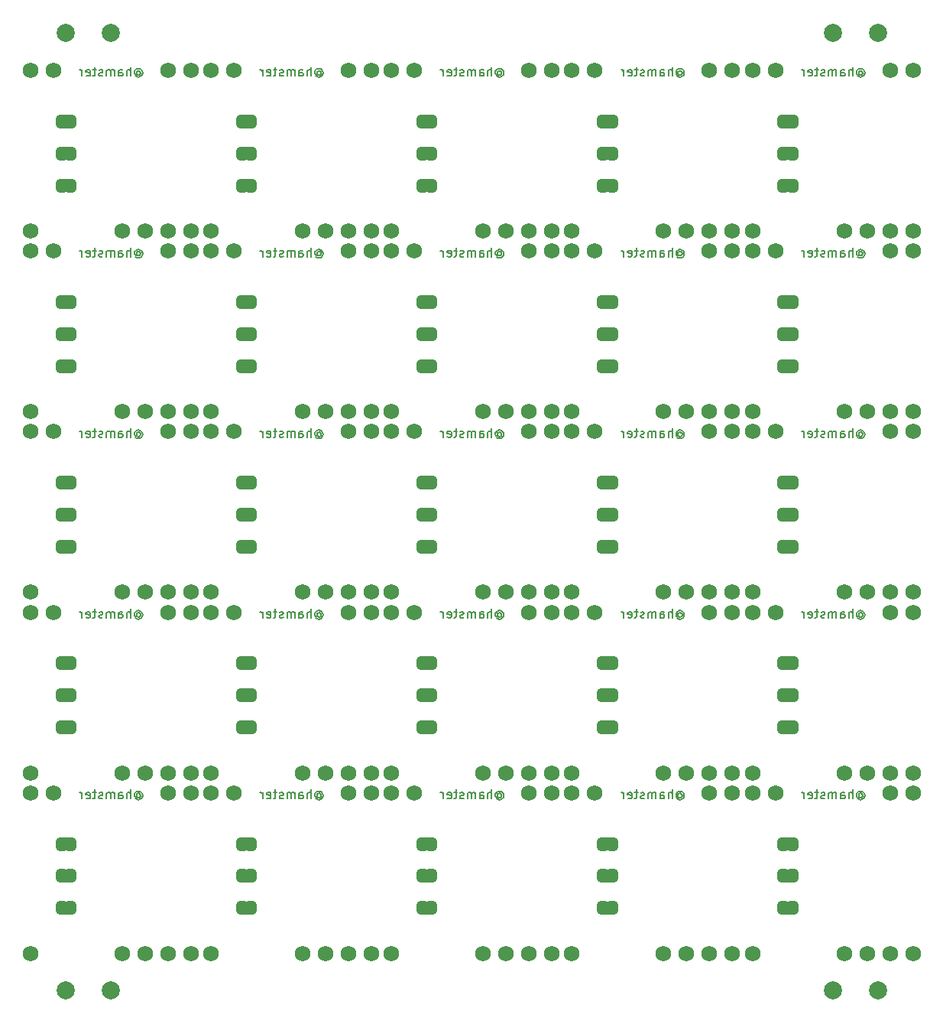
<source format=gbr>
%TF.GenerationSoftware,KiCad,Pcbnew,9.0.1*%
%TF.CreationDate,2025-08-07T10:54:26-06:00*%
%TF.ProjectId,bhc-panel,6268632d-7061-46e6-956c-2e6b69636164,rev?*%
%TF.SameCoordinates,PX5defda0PY9a7ec80*%
%TF.FileFunction,Soldermask,Bot*%
%TF.FilePolarity,Negative*%
%FSLAX46Y46*%
G04 Gerber Fmt 4.6, Leading zero omitted, Abs format (unit mm)*
G04 Created by KiCad (PCBNEW 9.0.1) date 2025-08-07 10:54:26*
%MOMM*%
%LPD*%
G01*
G04 APERTURE LIST*
G04 Aperture macros list*
%AMFreePoly0*
4,1,23,0.500000,-0.750000,0.000000,-0.750000,0.000000,-0.745722,-0.065263,-0.745722,-0.191342,-0.711940,-0.304381,-0.646677,-0.396677,-0.554381,-0.461940,-0.441342,-0.495722,-0.315263,-0.495722,-0.250000,-0.500000,-0.250000,-0.500000,0.250000,-0.495722,0.250000,-0.495722,0.315263,-0.461940,0.441342,-0.396677,0.554381,-0.304381,0.646677,-0.191342,0.711940,-0.065263,0.745722,0.000000,0.745722,
0.000000,0.750000,0.500000,0.750000,0.500000,-0.750000,0.500000,-0.750000,$1*%
%AMFreePoly1*
4,1,23,0.000000,0.745722,0.065263,0.745722,0.191342,0.711940,0.304381,0.646677,0.396677,0.554381,0.461940,0.441342,0.495722,0.315263,0.495722,0.250000,0.500000,0.250000,0.500000,-0.250000,0.495722,-0.250000,0.495722,-0.315263,0.461940,-0.441342,0.396677,-0.554381,0.304381,-0.646677,0.191342,-0.711940,0.065263,-0.745722,0.000000,-0.745722,0.000000,-0.750000,-0.500000,-0.750000,
-0.500000,0.750000,0.000000,0.750000,0.000000,0.745722,0.000000,0.745722,$1*%
G04 Aperture macros list end*
%ADD10C,0.200000*%
%ADD11C,1.750000*%
%ADD12C,2.000000*%
%ADD13FreePoly0,180.000000*%
%ADD14FreePoly1,180.000000*%
G04 APERTURE END LIST*
D10*
X72886279Y105733972D02*
X72933898Y105781591D01*
X72933898Y105781591D02*
X73029136Y105829210D01*
X73029136Y105829210D02*
X73124374Y105829210D01*
X73124374Y105829210D02*
X73219612Y105781591D01*
X73219612Y105781591D02*
X73267231Y105733972D01*
X73267231Y105733972D02*
X73314850Y105638734D01*
X73314850Y105638734D02*
X73314850Y105543496D01*
X73314850Y105543496D02*
X73267231Y105448258D01*
X73267231Y105448258D02*
X73219612Y105400639D01*
X73219612Y105400639D02*
X73124374Y105353020D01*
X73124374Y105353020D02*
X73029136Y105353020D01*
X73029136Y105353020D02*
X72933898Y105400639D01*
X72933898Y105400639D02*
X72886279Y105448258D01*
X72886279Y105829210D02*
X72886279Y105448258D01*
X72886279Y105448258D02*
X72838660Y105400639D01*
X72838660Y105400639D02*
X72791041Y105400639D01*
X72791041Y105400639D02*
X72695802Y105448258D01*
X72695802Y105448258D02*
X72648183Y105543496D01*
X72648183Y105543496D02*
X72648183Y105781591D01*
X72648183Y105781591D02*
X72743422Y105924448D01*
X72743422Y105924448D02*
X72886279Y106019686D01*
X72886279Y106019686D02*
X73076755Y106067305D01*
X73076755Y106067305D02*
X73267231Y106019686D01*
X73267231Y106019686D02*
X73410088Y105924448D01*
X73410088Y105924448D02*
X73505326Y105781591D01*
X73505326Y105781591D02*
X73552945Y105591115D01*
X73552945Y105591115D02*
X73505326Y105400639D01*
X73505326Y105400639D02*
X73410088Y105257781D01*
X73410088Y105257781D02*
X73267231Y105162543D01*
X73267231Y105162543D02*
X73076755Y105114924D01*
X73076755Y105114924D02*
X72886279Y105162543D01*
X72886279Y105162543D02*
X72743422Y105257781D01*
X72219612Y105257781D02*
X72219612Y106257781D01*
X71791041Y105257781D02*
X71791041Y105781591D01*
X71791041Y105781591D02*
X71838660Y105876829D01*
X71838660Y105876829D02*
X71933898Y105924448D01*
X71933898Y105924448D02*
X72076755Y105924448D01*
X72076755Y105924448D02*
X72171993Y105876829D01*
X72171993Y105876829D02*
X72219612Y105829210D01*
X70886279Y105257781D02*
X70886279Y105781591D01*
X70886279Y105781591D02*
X70933898Y105876829D01*
X70933898Y105876829D02*
X71029136Y105924448D01*
X71029136Y105924448D02*
X71219612Y105924448D01*
X71219612Y105924448D02*
X71314850Y105876829D01*
X70886279Y105305400D02*
X70981517Y105257781D01*
X70981517Y105257781D02*
X71219612Y105257781D01*
X71219612Y105257781D02*
X71314850Y105305400D01*
X71314850Y105305400D02*
X71362469Y105400639D01*
X71362469Y105400639D02*
X71362469Y105495877D01*
X71362469Y105495877D02*
X71314850Y105591115D01*
X71314850Y105591115D02*
X71219612Y105638734D01*
X71219612Y105638734D02*
X70981517Y105638734D01*
X70981517Y105638734D02*
X70886279Y105686353D01*
X70410088Y105257781D02*
X70410088Y105924448D01*
X70410088Y105829210D02*
X70362469Y105876829D01*
X70362469Y105876829D02*
X70267231Y105924448D01*
X70267231Y105924448D02*
X70124374Y105924448D01*
X70124374Y105924448D02*
X70029136Y105876829D01*
X70029136Y105876829D02*
X69981517Y105781591D01*
X69981517Y105781591D02*
X69981517Y105257781D01*
X69981517Y105781591D02*
X69933898Y105876829D01*
X69933898Y105876829D02*
X69838660Y105924448D01*
X69838660Y105924448D02*
X69695803Y105924448D01*
X69695803Y105924448D02*
X69600564Y105876829D01*
X69600564Y105876829D02*
X69552945Y105781591D01*
X69552945Y105781591D02*
X69552945Y105257781D01*
X69124374Y105305400D02*
X69029136Y105257781D01*
X69029136Y105257781D02*
X68838660Y105257781D01*
X68838660Y105257781D02*
X68743422Y105305400D01*
X68743422Y105305400D02*
X68695803Y105400639D01*
X68695803Y105400639D02*
X68695803Y105448258D01*
X68695803Y105448258D02*
X68743422Y105543496D01*
X68743422Y105543496D02*
X68838660Y105591115D01*
X68838660Y105591115D02*
X68981517Y105591115D01*
X68981517Y105591115D02*
X69076755Y105638734D01*
X69076755Y105638734D02*
X69124374Y105733972D01*
X69124374Y105733972D02*
X69124374Y105781591D01*
X69124374Y105781591D02*
X69076755Y105876829D01*
X69076755Y105876829D02*
X68981517Y105924448D01*
X68981517Y105924448D02*
X68838660Y105924448D01*
X68838660Y105924448D02*
X68743422Y105876829D01*
X68410088Y105924448D02*
X68029136Y105924448D01*
X68267231Y106257781D02*
X68267231Y105400639D01*
X68267231Y105400639D02*
X68219612Y105305400D01*
X68219612Y105305400D02*
X68124374Y105257781D01*
X68124374Y105257781D02*
X68029136Y105257781D01*
X67314850Y105305400D02*
X67410088Y105257781D01*
X67410088Y105257781D02*
X67600564Y105257781D01*
X67600564Y105257781D02*
X67695802Y105305400D01*
X67695802Y105305400D02*
X67743421Y105400639D01*
X67743421Y105400639D02*
X67743421Y105781591D01*
X67743421Y105781591D02*
X67695802Y105876829D01*
X67695802Y105876829D02*
X67600564Y105924448D01*
X67600564Y105924448D02*
X67410088Y105924448D01*
X67410088Y105924448D02*
X67314850Y105876829D01*
X67314850Y105876829D02*
X67267231Y105781591D01*
X67267231Y105781591D02*
X67267231Y105686353D01*
X67267231Y105686353D02*
X67743421Y105591115D01*
X66838659Y105257781D02*
X66838659Y105924448D01*
X66838659Y105733972D02*
X66791040Y105829210D01*
X66791040Y105829210D02*
X66743421Y105876829D01*
X66743421Y105876829D02*
X66648183Y105924448D01*
X66648183Y105924448D02*
X66552945Y105924448D01*
X52886279Y25733972D02*
X52933898Y25781591D01*
X52933898Y25781591D02*
X53029136Y25829210D01*
X53029136Y25829210D02*
X53124374Y25829210D01*
X53124374Y25829210D02*
X53219612Y25781591D01*
X53219612Y25781591D02*
X53267231Y25733972D01*
X53267231Y25733972D02*
X53314850Y25638734D01*
X53314850Y25638734D02*
X53314850Y25543496D01*
X53314850Y25543496D02*
X53267231Y25448258D01*
X53267231Y25448258D02*
X53219612Y25400639D01*
X53219612Y25400639D02*
X53124374Y25353020D01*
X53124374Y25353020D02*
X53029136Y25353020D01*
X53029136Y25353020D02*
X52933898Y25400639D01*
X52933898Y25400639D02*
X52886279Y25448258D01*
X52886279Y25829210D02*
X52886279Y25448258D01*
X52886279Y25448258D02*
X52838660Y25400639D01*
X52838660Y25400639D02*
X52791041Y25400639D01*
X52791041Y25400639D02*
X52695802Y25448258D01*
X52695802Y25448258D02*
X52648183Y25543496D01*
X52648183Y25543496D02*
X52648183Y25781591D01*
X52648183Y25781591D02*
X52743422Y25924448D01*
X52743422Y25924448D02*
X52886279Y26019686D01*
X52886279Y26019686D02*
X53076755Y26067305D01*
X53076755Y26067305D02*
X53267231Y26019686D01*
X53267231Y26019686D02*
X53410088Y25924448D01*
X53410088Y25924448D02*
X53505326Y25781591D01*
X53505326Y25781591D02*
X53552945Y25591115D01*
X53552945Y25591115D02*
X53505326Y25400639D01*
X53505326Y25400639D02*
X53410088Y25257781D01*
X53410088Y25257781D02*
X53267231Y25162543D01*
X53267231Y25162543D02*
X53076755Y25114924D01*
X53076755Y25114924D02*
X52886279Y25162543D01*
X52886279Y25162543D02*
X52743422Y25257781D01*
X52219612Y25257781D02*
X52219612Y26257781D01*
X51791041Y25257781D02*
X51791041Y25781591D01*
X51791041Y25781591D02*
X51838660Y25876829D01*
X51838660Y25876829D02*
X51933898Y25924448D01*
X51933898Y25924448D02*
X52076755Y25924448D01*
X52076755Y25924448D02*
X52171993Y25876829D01*
X52171993Y25876829D02*
X52219612Y25829210D01*
X50886279Y25257781D02*
X50886279Y25781591D01*
X50886279Y25781591D02*
X50933898Y25876829D01*
X50933898Y25876829D02*
X51029136Y25924448D01*
X51029136Y25924448D02*
X51219612Y25924448D01*
X51219612Y25924448D02*
X51314850Y25876829D01*
X50886279Y25305400D02*
X50981517Y25257781D01*
X50981517Y25257781D02*
X51219612Y25257781D01*
X51219612Y25257781D02*
X51314850Y25305400D01*
X51314850Y25305400D02*
X51362469Y25400639D01*
X51362469Y25400639D02*
X51362469Y25495877D01*
X51362469Y25495877D02*
X51314850Y25591115D01*
X51314850Y25591115D02*
X51219612Y25638734D01*
X51219612Y25638734D02*
X50981517Y25638734D01*
X50981517Y25638734D02*
X50886279Y25686353D01*
X50410088Y25257781D02*
X50410088Y25924448D01*
X50410088Y25829210D02*
X50362469Y25876829D01*
X50362469Y25876829D02*
X50267231Y25924448D01*
X50267231Y25924448D02*
X50124374Y25924448D01*
X50124374Y25924448D02*
X50029136Y25876829D01*
X50029136Y25876829D02*
X49981517Y25781591D01*
X49981517Y25781591D02*
X49981517Y25257781D01*
X49981517Y25781591D02*
X49933898Y25876829D01*
X49933898Y25876829D02*
X49838660Y25924448D01*
X49838660Y25924448D02*
X49695803Y25924448D01*
X49695803Y25924448D02*
X49600564Y25876829D01*
X49600564Y25876829D02*
X49552945Y25781591D01*
X49552945Y25781591D02*
X49552945Y25257781D01*
X49124374Y25305400D02*
X49029136Y25257781D01*
X49029136Y25257781D02*
X48838660Y25257781D01*
X48838660Y25257781D02*
X48743422Y25305400D01*
X48743422Y25305400D02*
X48695803Y25400639D01*
X48695803Y25400639D02*
X48695803Y25448258D01*
X48695803Y25448258D02*
X48743422Y25543496D01*
X48743422Y25543496D02*
X48838660Y25591115D01*
X48838660Y25591115D02*
X48981517Y25591115D01*
X48981517Y25591115D02*
X49076755Y25638734D01*
X49076755Y25638734D02*
X49124374Y25733972D01*
X49124374Y25733972D02*
X49124374Y25781591D01*
X49124374Y25781591D02*
X49076755Y25876829D01*
X49076755Y25876829D02*
X48981517Y25924448D01*
X48981517Y25924448D02*
X48838660Y25924448D01*
X48838660Y25924448D02*
X48743422Y25876829D01*
X48410088Y25924448D02*
X48029136Y25924448D01*
X48267231Y26257781D02*
X48267231Y25400639D01*
X48267231Y25400639D02*
X48219612Y25305400D01*
X48219612Y25305400D02*
X48124374Y25257781D01*
X48124374Y25257781D02*
X48029136Y25257781D01*
X47314850Y25305400D02*
X47410088Y25257781D01*
X47410088Y25257781D02*
X47600564Y25257781D01*
X47600564Y25257781D02*
X47695802Y25305400D01*
X47695802Y25305400D02*
X47743421Y25400639D01*
X47743421Y25400639D02*
X47743421Y25781591D01*
X47743421Y25781591D02*
X47695802Y25876829D01*
X47695802Y25876829D02*
X47600564Y25924448D01*
X47600564Y25924448D02*
X47410088Y25924448D01*
X47410088Y25924448D02*
X47314850Y25876829D01*
X47314850Y25876829D02*
X47267231Y25781591D01*
X47267231Y25781591D02*
X47267231Y25686353D01*
X47267231Y25686353D02*
X47743421Y25591115D01*
X46838659Y25257781D02*
X46838659Y25924448D01*
X46838659Y25733972D02*
X46791040Y25829210D01*
X46791040Y25829210D02*
X46743421Y25876829D01*
X46743421Y25876829D02*
X46648183Y25924448D01*
X46648183Y25924448D02*
X46552945Y25924448D01*
X92886279Y45733972D02*
X92933898Y45781591D01*
X92933898Y45781591D02*
X93029136Y45829210D01*
X93029136Y45829210D02*
X93124374Y45829210D01*
X93124374Y45829210D02*
X93219612Y45781591D01*
X93219612Y45781591D02*
X93267231Y45733972D01*
X93267231Y45733972D02*
X93314850Y45638734D01*
X93314850Y45638734D02*
X93314850Y45543496D01*
X93314850Y45543496D02*
X93267231Y45448258D01*
X93267231Y45448258D02*
X93219612Y45400639D01*
X93219612Y45400639D02*
X93124374Y45353020D01*
X93124374Y45353020D02*
X93029136Y45353020D01*
X93029136Y45353020D02*
X92933898Y45400639D01*
X92933898Y45400639D02*
X92886279Y45448258D01*
X92886279Y45829210D02*
X92886279Y45448258D01*
X92886279Y45448258D02*
X92838660Y45400639D01*
X92838660Y45400639D02*
X92791041Y45400639D01*
X92791041Y45400639D02*
X92695802Y45448258D01*
X92695802Y45448258D02*
X92648183Y45543496D01*
X92648183Y45543496D02*
X92648183Y45781591D01*
X92648183Y45781591D02*
X92743422Y45924448D01*
X92743422Y45924448D02*
X92886279Y46019686D01*
X92886279Y46019686D02*
X93076755Y46067305D01*
X93076755Y46067305D02*
X93267231Y46019686D01*
X93267231Y46019686D02*
X93410088Y45924448D01*
X93410088Y45924448D02*
X93505326Y45781591D01*
X93505326Y45781591D02*
X93552945Y45591115D01*
X93552945Y45591115D02*
X93505326Y45400639D01*
X93505326Y45400639D02*
X93410088Y45257781D01*
X93410088Y45257781D02*
X93267231Y45162543D01*
X93267231Y45162543D02*
X93076755Y45114924D01*
X93076755Y45114924D02*
X92886279Y45162543D01*
X92886279Y45162543D02*
X92743422Y45257781D01*
X92219612Y45257781D02*
X92219612Y46257781D01*
X91791041Y45257781D02*
X91791041Y45781591D01*
X91791041Y45781591D02*
X91838660Y45876829D01*
X91838660Y45876829D02*
X91933898Y45924448D01*
X91933898Y45924448D02*
X92076755Y45924448D01*
X92076755Y45924448D02*
X92171993Y45876829D01*
X92171993Y45876829D02*
X92219612Y45829210D01*
X90886279Y45257781D02*
X90886279Y45781591D01*
X90886279Y45781591D02*
X90933898Y45876829D01*
X90933898Y45876829D02*
X91029136Y45924448D01*
X91029136Y45924448D02*
X91219612Y45924448D01*
X91219612Y45924448D02*
X91314850Y45876829D01*
X90886279Y45305400D02*
X90981517Y45257781D01*
X90981517Y45257781D02*
X91219612Y45257781D01*
X91219612Y45257781D02*
X91314850Y45305400D01*
X91314850Y45305400D02*
X91362469Y45400639D01*
X91362469Y45400639D02*
X91362469Y45495877D01*
X91362469Y45495877D02*
X91314850Y45591115D01*
X91314850Y45591115D02*
X91219612Y45638734D01*
X91219612Y45638734D02*
X90981517Y45638734D01*
X90981517Y45638734D02*
X90886279Y45686353D01*
X90410088Y45257781D02*
X90410088Y45924448D01*
X90410088Y45829210D02*
X90362469Y45876829D01*
X90362469Y45876829D02*
X90267231Y45924448D01*
X90267231Y45924448D02*
X90124374Y45924448D01*
X90124374Y45924448D02*
X90029136Y45876829D01*
X90029136Y45876829D02*
X89981517Y45781591D01*
X89981517Y45781591D02*
X89981517Y45257781D01*
X89981517Y45781591D02*
X89933898Y45876829D01*
X89933898Y45876829D02*
X89838660Y45924448D01*
X89838660Y45924448D02*
X89695803Y45924448D01*
X89695803Y45924448D02*
X89600564Y45876829D01*
X89600564Y45876829D02*
X89552945Y45781591D01*
X89552945Y45781591D02*
X89552945Y45257781D01*
X89124374Y45305400D02*
X89029136Y45257781D01*
X89029136Y45257781D02*
X88838660Y45257781D01*
X88838660Y45257781D02*
X88743422Y45305400D01*
X88743422Y45305400D02*
X88695803Y45400639D01*
X88695803Y45400639D02*
X88695803Y45448258D01*
X88695803Y45448258D02*
X88743422Y45543496D01*
X88743422Y45543496D02*
X88838660Y45591115D01*
X88838660Y45591115D02*
X88981517Y45591115D01*
X88981517Y45591115D02*
X89076755Y45638734D01*
X89076755Y45638734D02*
X89124374Y45733972D01*
X89124374Y45733972D02*
X89124374Y45781591D01*
X89124374Y45781591D02*
X89076755Y45876829D01*
X89076755Y45876829D02*
X88981517Y45924448D01*
X88981517Y45924448D02*
X88838660Y45924448D01*
X88838660Y45924448D02*
X88743422Y45876829D01*
X88410088Y45924448D02*
X88029136Y45924448D01*
X88267231Y46257781D02*
X88267231Y45400639D01*
X88267231Y45400639D02*
X88219612Y45305400D01*
X88219612Y45305400D02*
X88124374Y45257781D01*
X88124374Y45257781D02*
X88029136Y45257781D01*
X87314850Y45305400D02*
X87410088Y45257781D01*
X87410088Y45257781D02*
X87600564Y45257781D01*
X87600564Y45257781D02*
X87695802Y45305400D01*
X87695802Y45305400D02*
X87743421Y45400639D01*
X87743421Y45400639D02*
X87743421Y45781591D01*
X87743421Y45781591D02*
X87695802Y45876829D01*
X87695802Y45876829D02*
X87600564Y45924448D01*
X87600564Y45924448D02*
X87410088Y45924448D01*
X87410088Y45924448D02*
X87314850Y45876829D01*
X87314850Y45876829D02*
X87267231Y45781591D01*
X87267231Y45781591D02*
X87267231Y45686353D01*
X87267231Y45686353D02*
X87743421Y45591115D01*
X86838659Y45257781D02*
X86838659Y45924448D01*
X86838659Y45733972D02*
X86791040Y45829210D01*
X86791040Y45829210D02*
X86743421Y45876829D01*
X86743421Y45876829D02*
X86648183Y45924448D01*
X86648183Y45924448D02*
X86552945Y45924448D01*
X72886279Y85733972D02*
X72933898Y85781591D01*
X72933898Y85781591D02*
X73029136Y85829210D01*
X73029136Y85829210D02*
X73124374Y85829210D01*
X73124374Y85829210D02*
X73219612Y85781591D01*
X73219612Y85781591D02*
X73267231Y85733972D01*
X73267231Y85733972D02*
X73314850Y85638734D01*
X73314850Y85638734D02*
X73314850Y85543496D01*
X73314850Y85543496D02*
X73267231Y85448258D01*
X73267231Y85448258D02*
X73219612Y85400639D01*
X73219612Y85400639D02*
X73124374Y85353020D01*
X73124374Y85353020D02*
X73029136Y85353020D01*
X73029136Y85353020D02*
X72933898Y85400639D01*
X72933898Y85400639D02*
X72886279Y85448258D01*
X72886279Y85829210D02*
X72886279Y85448258D01*
X72886279Y85448258D02*
X72838660Y85400639D01*
X72838660Y85400639D02*
X72791041Y85400639D01*
X72791041Y85400639D02*
X72695802Y85448258D01*
X72695802Y85448258D02*
X72648183Y85543496D01*
X72648183Y85543496D02*
X72648183Y85781591D01*
X72648183Y85781591D02*
X72743422Y85924448D01*
X72743422Y85924448D02*
X72886279Y86019686D01*
X72886279Y86019686D02*
X73076755Y86067305D01*
X73076755Y86067305D02*
X73267231Y86019686D01*
X73267231Y86019686D02*
X73410088Y85924448D01*
X73410088Y85924448D02*
X73505326Y85781591D01*
X73505326Y85781591D02*
X73552945Y85591115D01*
X73552945Y85591115D02*
X73505326Y85400639D01*
X73505326Y85400639D02*
X73410088Y85257781D01*
X73410088Y85257781D02*
X73267231Y85162543D01*
X73267231Y85162543D02*
X73076755Y85114924D01*
X73076755Y85114924D02*
X72886279Y85162543D01*
X72886279Y85162543D02*
X72743422Y85257781D01*
X72219612Y85257781D02*
X72219612Y86257781D01*
X71791041Y85257781D02*
X71791041Y85781591D01*
X71791041Y85781591D02*
X71838660Y85876829D01*
X71838660Y85876829D02*
X71933898Y85924448D01*
X71933898Y85924448D02*
X72076755Y85924448D01*
X72076755Y85924448D02*
X72171993Y85876829D01*
X72171993Y85876829D02*
X72219612Y85829210D01*
X70886279Y85257781D02*
X70886279Y85781591D01*
X70886279Y85781591D02*
X70933898Y85876829D01*
X70933898Y85876829D02*
X71029136Y85924448D01*
X71029136Y85924448D02*
X71219612Y85924448D01*
X71219612Y85924448D02*
X71314850Y85876829D01*
X70886279Y85305400D02*
X70981517Y85257781D01*
X70981517Y85257781D02*
X71219612Y85257781D01*
X71219612Y85257781D02*
X71314850Y85305400D01*
X71314850Y85305400D02*
X71362469Y85400639D01*
X71362469Y85400639D02*
X71362469Y85495877D01*
X71362469Y85495877D02*
X71314850Y85591115D01*
X71314850Y85591115D02*
X71219612Y85638734D01*
X71219612Y85638734D02*
X70981517Y85638734D01*
X70981517Y85638734D02*
X70886279Y85686353D01*
X70410088Y85257781D02*
X70410088Y85924448D01*
X70410088Y85829210D02*
X70362469Y85876829D01*
X70362469Y85876829D02*
X70267231Y85924448D01*
X70267231Y85924448D02*
X70124374Y85924448D01*
X70124374Y85924448D02*
X70029136Y85876829D01*
X70029136Y85876829D02*
X69981517Y85781591D01*
X69981517Y85781591D02*
X69981517Y85257781D01*
X69981517Y85781591D02*
X69933898Y85876829D01*
X69933898Y85876829D02*
X69838660Y85924448D01*
X69838660Y85924448D02*
X69695803Y85924448D01*
X69695803Y85924448D02*
X69600564Y85876829D01*
X69600564Y85876829D02*
X69552945Y85781591D01*
X69552945Y85781591D02*
X69552945Y85257781D01*
X69124374Y85305400D02*
X69029136Y85257781D01*
X69029136Y85257781D02*
X68838660Y85257781D01*
X68838660Y85257781D02*
X68743422Y85305400D01*
X68743422Y85305400D02*
X68695803Y85400639D01*
X68695803Y85400639D02*
X68695803Y85448258D01*
X68695803Y85448258D02*
X68743422Y85543496D01*
X68743422Y85543496D02*
X68838660Y85591115D01*
X68838660Y85591115D02*
X68981517Y85591115D01*
X68981517Y85591115D02*
X69076755Y85638734D01*
X69076755Y85638734D02*
X69124374Y85733972D01*
X69124374Y85733972D02*
X69124374Y85781591D01*
X69124374Y85781591D02*
X69076755Y85876829D01*
X69076755Y85876829D02*
X68981517Y85924448D01*
X68981517Y85924448D02*
X68838660Y85924448D01*
X68838660Y85924448D02*
X68743422Y85876829D01*
X68410088Y85924448D02*
X68029136Y85924448D01*
X68267231Y86257781D02*
X68267231Y85400639D01*
X68267231Y85400639D02*
X68219612Y85305400D01*
X68219612Y85305400D02*
X68124374Y85257781D01*
X68124374Y85257781D02*
X68029136Y85257781D01*
X67314850Y85305400D02*
X67410088Y85257781D01*
X67410088Y85257781D02*
X67600564Y85257781D01*
X67600564Y85257781D02*
X67695802Y85305400D01*
X67695802Y85305400D02*
X67743421Y85400639D01*
X67743421Y85400639D02*
X67743421Y85781591D01*
X67743421Y85781591D02*
X67695802Y85876829D01*
X67695802Y85876829D02*
X67600564Y85924448D01*
X67600564Y85924448D02*
X67410088Y85924448D01*
X67410088Y85924448D02*
X67314850Y85876829D01*
X67314850Y85876829D02*
X67267231Y85781591D01*
X67267231Y85781591D02*
X67267231Y85686353D01*
X67267231Y85686353D02*
X67743421Y85591115D01*
X66838659Y85257781D02*
X66838659Y85924448D01*
X66838659Y85733972D02*
X66791040Y85829210D01*
X66791040Y85829210D02*
X66743421Y85876829D01*
X66743421Y85876829D02*
X66648183Y85924448D01*
X66648183Y85924448D02*
X66552945Y85924448D01*
X92886279Y105733972D02*
X92933898Y105781591D01*
X92933898Y105781591D02*
X93029136Y105829210D01*
X93029136Y105829210D02*
X93124374Y105829210D01*
X93124374Y105829210D02*
X93219612Y105781591D01*
X93219612Y105781591D02*
X93267231Y105733972D01*
X93267231Y105733972D02*
X93314850Y105638734D01*
X93314850Y105638734D02*
X93314850Y105543496D01*
X93314850Y105543496D02*
X93267231Y105448258D01*
X93267231Y105448258D02*
X93219612Y105400639D01*
X93219612Y105400639D02*
X93124374Y105353020D01*
X93124374Y105353020D02*
X93029136Y105353020D01*
X93029136Y105353020D02*
X92933898Y105400639D01*
X92933898Y105400639D02*
X92886279Y105448258D01*
X92886279Y105829210D02*
X92886279Y105448258D01*
X92886279Y105448258D02*
X92838660Y105400639D01*
X92838660Y105400639D02*
X92791041Y105400639D01*
X92791041Y105400639D02*
X92695802Y105448258D01*
X92695802Y105448258D02*
X92648183Y105543496D01*
X92648183Y105543496D02*
X92648183Y105781591D01*
X92648183Y105781591D02*
X92743422Y105924448D01*
X92743422Y105924448D02*
X92886279Y106019686D01*
X92886279Y106019686D02*
X93076755Y106067305D01*
X93076755Y106067305D02*
X93267231Y106019686D01*
X93267231Y106019686D02*
X93410088Y105924448D01*
X93410088Y105924448D02*
X93505326Y105781591D01*
X93505326Y105781591D02*
X93552945Y105591115D01*
X93552945Y105591115D02*
X93505326Y105400639D01*
X93505326Y105400639D02*
X93410088Y105257781D01*
X93410088Y105257781D02*
X93267231Y105162543D01*
X93267231Y105162543D02*
X93076755Y105114924D01*
X93076755Y105114924D02*
X92886279Y105162543D01*
X92886279Y105162543D02*
X92743422Y105257781D01*
X92219612Y105257781D02*
X92219612Y106257781D01*
X91791041Y105257781D02*
X91791041Y105781591D01*
X91791041Y105781591D02*
X91838660Y105876829D01*
X91838660Y105876829D02*
X91933898Y105924448D01*
X91933898Y105924448D02*
X92076755Y105924448D01*
X92076755Y105924448D02*
X92171993Y105876829D01*
X92171993Y105876829D02*
X92219612Y105829210D01*
X90886279Y105257781D02*
X90886279Y105781591D01*
X90886279Y105781591D02*
X90933898Y105876829D01*
X90933898Y105876829D02*
X91029136Y105924448D01*
X91029136Y105924448D02*
X91219612Y105924448D01*
X91219612Y105924448D02*
X91314850Y105876829D01*
X90886279Y105305400D02*
X90981517Y105257781D01*
X90981517Y105257781D02*
X91219612Y105257781D01*
X91219612Y105257781D02*
X91314850Y105305400D01*
X91314850Y105305400D02*
X91362469Y105400639D01*
X91362469Y105400639D02*
X91362469Y105495877D01*
X91362469Y105495877D02*
X91314850Y105591115D01*
X91314850Y105591115D02*
X91219612Y105638734D01*
X91219612Y105638734D02*
X90981517Y105638734D01*
X90981517Y105638734D02*
X90886279Y105686353D01*
X90410088Y105257781D02*
X90410088Y105924448D01*
X90410088Y105829210D02*
X90362469Y105876829D01*
X90362469Y105876829D02*
X90267231Y105924448D01*
X90267231Y105924448D02*
X90124374Y105924448D01*
X90124374Y105924448D02*
X90029136Y105876829D01*
X90029136Y105876829D02*
X89981517Y105781591D01*
X89981517Y105781591D02*
X89981517Y105257781D01*
X89981517Y105781591D02*
X89933898Y105876829D01*
X89933898Y105876829D02*
X89838660Y105924448D01*
X89838660Y105924448D02*
X89695803Y105924448D01*
X89695803Y105924448D02*
X89600564Y105876829D01*
X89600564Y105876829D02*
X89552945Y105781591D01*
X89552945Y105781591D02*
X89552945Y105257781D01*
X89124374Y105305400D02*
X89029136Y105257781D01*
X89029136Y105257781D02*
X88838660Y105257781D01*
X88838660Y105257781D02*
X88743422Y105305400D01*
X88743422Y105305400D02*
X88695803Y105400639D01*
X88695803Y105400639D02*
X88695803Y105448258D01*
X88695803Y105448258D02*
X88743422Y105543496D01*
X88743422Y105543496D02*
X88838660Y105591115D01*
X88838660Y105591115D02*
X88981517Y105591115D01*
X88981517Y105591115D02*
X89076755Y105638734D01*
X89076755Y105638734D02*
X89124374Y105733972D01*
X89124374Y105733972D02*
X89124374Y105781591D01*
X89124374Y105781591D02*
X89076755Y105876829D01*
X89076755Y105876829D02*
X88981517Y105924448D01*
X88981517Y105924448D02*
X88838660Y105924448D01*
X88838660Y105924448D02*
X88743422Y105876829D01*
X88410088Y105924448D02*
X88029136Y105924448D01*
X88267231Y106257781D02*
X88267231Y105400639D01*
X88267231Y105400639D02*
X88219612Y105305400D01*
X88219612Y105305400D02*
X88124374Y105257781D01*
X88124374Y105257781D02*
X88029136Y105257781D01*
X87314850Y105305400D02*
X87410088Y105257781D01*
X87410088Y105257781D02*
X87600564Y105257781D01*
X87600564Y105257781D02*
X87695802Y105305400D01*
X87695802Y105305400D02*
X87743421Y105400639D01*
X87743421Y105400639D02*
X87743421Y105781591D01*
X87743421Y105781591D02*
X87695802Y105876829D01*
X87695802Y105876829D02*
X87600564Y105924448D01*
X87600564Y105924448D02*
X87410088Y105924448D01*
X87410088Y105924448D02*
X87314850Y105876829D01*
X87314850Y105876829D02*
X87267231Y105781591D01*
X87267231Y105781591D02*
X87267231Y105686353D01*
X87267231Y105686353D02*
X87743421Y105591115D01*
X86838659Y105257781D02*
X86838659Y105924448D01*
X86838659Y105733972D02*
X86791040Y105829210D01*
X86791040Y105829210D02*
X86743421Y105876829D01*
X86743421Y105876829D02*
X86648183Y105924448D01*
X86648183Y105924448D02*
X86552945Y105924448D01*
X52886279Y85733972D02*
X52933898Y85781591D01*
X52933898Y85781591D02*
X53029136Y85829210D01*
X53029136Y85829210D02*
X53124374Y85829210D01*
X53124374Y85829210D02*
X53219612Y85781591D01*
X53219612Y85781591D02*
X53267231Y85733972D01*
X53267231Y85733972D02*
X53314850Y85638734D01*
X53314850Y85638734D02*
X53314850Y85543496D01*
X53314850Y85543496D02*
X53267231Y85448258D01*
X53267231Y85448258D02*
X53219612Y85400639D01*
X53219612Y85400639D02*
X53124374Y85353020D01*
X53124374Y85353020D02*
X53029136Y85353020D01*
X53029136Y85353020D02*
X52933898Y85400639D01*
X52933898Y85400639D02*
X52886279Y85448258D01*
X52886279Y85829210D02*
X52886279Y85448258D01*
X52886279Y85448258D02*
X52838660Y85400639D01*
X52838660Y85400639D02*
X52791041Y85400639D01*
X52791041Y85400639D02*
X52695802Y85448258D01*
X52695802Y85448258D02*
X52648183Y85543496D01*
X52648183Y85543496D02*
X52648183Y85781591D01*
X52648183Y85781591D02*
X52743422Y85924448D01*
X52743422Y85924448D02*
X52886279Y86019686D01*
X52886279Y86019686D02*
X53076755Y86067305D01*
X53076755Y86067305D02*
X53267231Y86019686D01*
X53267231Y86019686D02*
X53410088Y85924448D01*
X53410088Y85924448D02*
X53505326Y85781591D01*
X53505326Y85781591D02*
X53552945Y85591115D01*
X53552945Y85591115D02*
X53505326Y85400639D01*
X53505326Y85400639D02*
X53410088Y85257781D01*
X53410088Y85257781D02*
X53267231Y85162543D01*
X53267231Y85162543D02*
X53076755Y85114924D01*
X53076755Y85114924D02*
X52886279Y85162543D01*
X52886279Y85162543D02*
X52743422Y85257781D01*
X52219612Y85257781D02*
X52219612Y86257781D01*
X51791041Y85257781D02*
X51791041Y85781591D01*
X51791041Y85781591D02*
X51838660Y85876829D01*
X51838660Y85876829D02*
X51933898Y85924448D01*
X51933898Y85924448D02*
X52076755Y85924448D01*
X52076755Y85924448D02*
X52171993Y85876829D01*
X52171993Y85876829D02*
X52219612Y85829210D01*
X50886279Y85257781D02*
X50886279Y85781591D01*
X50886279Y85781591D02*
X50933898Y85876829D01*
X50933898Y85876829D02*
X51029136Y85924448D01*
X51029136Y85924448D02*
X51219612Y85924448D01*
X51219612Y85924448D02*
X51314850Y85876829D01*
X50886279Y85305400D02*
X50981517Y85257781D01*
X50981517Y85257781D02*
X51219612Y85257781D01*
X51219612Y85257781D02*
X51314850Y85305400D01*
X51314850Y85305400D02*
X51362469Y85400639D01*
X51362469Y85400639D02*
X51362469Y85495877D01*
X51362469Y85495877D02*
X51314850Y85591115D01*
X51314850Y85591115D02*
X51219612Y85638734D01*
X51219612Y85638734D02*
X50981517Y85638734D01*
X50981517Y85638734D02*
X50886279Y85686353D01*
X50410088Y85257781D02*
X50410088Y85924448D01*
X50410088Y85829210D02*
X50362469Y85876829D01*
X50362469Y85876829D02*
X50267231Y85924448D01*
X50267231Y85924448D02*
X50124374Y85924448D01*
X50124374Y85924448D02*
X50029136Y85876829D01*
X50029136Y85876829D02*
X49981517Y85781591D01*
X49981517Y85781591D02*
X49981517Y85257781D01*
X49981517Y85781591D02*
X49933898Y85876829D01*
X49933898Y85876829D02*
X49838660Y85924448D01*
X49838660Y85924448D02*
X49695803Y85924448D01*
X49695803Y85924448D02*
X49600564Y85876829D01*
X49600564Y85876829D02*
X49552945Y85781591D01*
X49552945Y85781591D02*
X49552945Y85257781D01*
X49124374Y85305400D02*
X49029136Y85257781D01*
X49029136Y85257781D02*
X48838660Y85257781D01*
X48838660Y85257781D02*
X48743422Y85305400D01*
X48743422Y85305400D02*
X48695803Y85400639D01*
X48695803Y85400639D02*
X48695803Y85448258D01*
X48695803Y85448258D02*
X48743422Y85543496D01*
X48743422Y85543496D02*
X48838660Y85591115D01*
X48838660Y85591115D02*
X48981517Y85591115D01*
X48981517Y85591115D02*
X49076755Y85638734D01*
X49076755Y85638734D02*
X49124374Y85733972D01*
X49124374Y85733972D02*
X49124374Y85781591D01*
X49124374Y85781591D02*
X49076755Y85876829D01*
X49076755Y85876829D02*
X48981517Y85924448D01*
X48981517Y85924448D02*
X48838660Y85924448D01*
X48838660Y85924448D02*
X48743422Y85876829D01*
X48410088Y85924448D02*
X48029136Y85924448D01*
X48267231Y86257781D02*
X48267231Y85400639D01*
X48267231Y85400639D02*
X48219612Y85305400D01*
X48219612Y85305400D02*
X48124374Y85257781D01*
X48124374Y85257781D02*
X48029136Y85257781D01*
X47314850Y85305400D02*
X47410088Y85257781D01*
X47410088Y85257781D02*
X47600564Y85257781D01*
X47600564Y85257781D02*
X47695802Y85305400D01*
X47695802Y85305400D02*
X47743421Y85400639D01*
X47743421Y85400639D02*
X47743421Y85781591D01*
X47743421Y85781591D02*
X47695802Y85876829D01*
X47695802Y85876829D02*
X47600564Y85924448D01*
X47600564Y85924448D02*
X47410088Y85924448D01*
X47410088Y85924448D02*
X47314850Y85876829D01*
X47314850Y85876829D02*
X47267231Y85781591D01*
X47267231Y85781591D02*
X47267231Y85686353D01*
X47267231Y85686353D02*
X47743421Y85591115D01*
X46838659Y85257781D02*
X46838659Y85924448D01*
X46838659Y85733972D02*
X46791040Y85829210D01*
X46791040Y85829210D02*
X46743421Y85876829D01*
X46743421Y85876829D02*
X46648183Y85924448D01*
X46648183Y85924448D02*
X46552945Y85924448D01*
X12886279Y45733972D02*
X12933898Y45781591D01*
X12933898Y45781591D02*
X13029136Y45829210D01*
X13029136Y45829210D02*
X13124374Y45829210D01*
X13124374Y45829210D02*
X13219612Y45781591D01*
X13219612Y45781591D02*
X13267231Y45733972D01*
X13267231Y45733972D02*
X13314850Y45638734D01*
X13314850Y45638734D02*
X13314850Y45543496D01*
X13314850Y45543496D02*
X13267231Y45448258D01*
X13267231Y45448258D02*
X13219612Y45400639D01*
X13219612Y45400639D02*
X13124374Y45353020D01*
X13124374Y45353020D02*
X13029136Y45353020D01*
X13029136Y45353020D02*
X12933898Y45400639D01*
X12933898Y45400639D02*
X12886279Y45448258D01*
X12886279Y45829210D02*
X12886279Y45448258D01*
X12886279Y45448258D02*
X12838660Y45400639D01*
X12838660Y45400639D02*
X12791041Y45400639D01*
X12791041Y45400639D02*
X12695802Y45448258D01*
X12695802Y45448258D02*
X12648183Y45543496D01*
X12648183Y45543496D02*
X12648183Y45781591D01*
X12648183Y45781591D02*
X12743422Y45924448D01*
X12743422Y45924448D02*
X12886279Y46019686D01*
X12886279Y46019686D02*
X13076755Y46067305D01*
X13076755Y46067305D02*
X13267231Y46019686D01*
X13267231Y46019686D02*
X13410088Y45924448D01*
X13410088Y45924448D02*
X13505326Y45781591D01*
X13505326Y45781591D02*
X13552945Y45591115D01*
X13552945Y45591115D02*
X13505326Y45400639D01*
X13505326Y45400639D02*
X13410088Y45257781D01*
X13410088Y45257781D02*
X13267231Y45162543D01*
X13267231Y45162543D02*
X13076755Y45114924D01*
X13076755Y45114924D02*
X12886279Y45162543D01*
X12886279Y45162543D02*
X12743422Y45257781D01*
X12219612Y45257781D02*
X12219612Y46257781D01*
X11791041Y45257781D02*
X11791041Y45781591D01*
X11791041Y45781591D02*
X11838660Y45876829D01*
X11838660Y45876829D02*
X11933898Y45924448D01*
X11933898Y45924448D02*
X12076755Y45924448D01*
X12076755Y45924448D02*
X12171993Y45876829D01*
X12171993Y45876829D02*
X12219612Y45829210D01*
X10886279Y45257781D02*
X10886279Y45781591D01*
X10886279Y45781591D02*
X10933898Y45876829D01*
X10933898Y45876829D02*
X11029136Y45924448D01*
X11029136Y45924448D02*
X11219612Y45924448D01*
X11219612Y45924448D02*
X11314850Y45876829D01*
X10886279Y45305400D02*
X10981517Y45257781D01*
X10981517Y45257781D02*
X11219612Y45257781D01*
X11219612Y45257781D02*
X11314850Y45305400D01*
X11314850Y45305400D02*
X11362469Y45400639D01*
X11362469Y45400639D02*
X11362469Y45495877D01*
X11362469Y45495877D02*
X11314850Y45591115D01*
X11314850Y45591115D02*
X11219612Y45638734D01*
X11219612Y45638734D02*
X10981517Y45638734D01*
X10981517Y45638734D02*
X10886279Y45686353D01*
X10410088Y45257781D02*
X10410088Y45924448D01*
X10410088Y45829210D02*
X10362469Y45876829D01*
X10362469Y45876829D02*
X10267231Y45924448D01*
X10267231Y45924448D02*
X10124374Y45924448D01*
X10124374Y45924448D02*
X10029136Y45876829D01*
X10029136Y45876829D02*
X9981517Y45781591D01*
X9981517Y45781591D02*
X9981517Y45257781D01*
X9981517Y45781591D02*
X9933898Y45876829D01*
X9933898Y45876829D02*
X9838660Y45924448D01*
X9838660Y45924448D02*
X9695803Y45924448D01*
X9695803Y45924448D02*
X9600564Y45876829D01*
X9600564Y45876829D02*
X9552945Y45781591D01*
X9552945Y45781591D02*
X9552945Y45257781D01*
X9124374Y45305400D02*
X9029136Y45257781D01*
X9029136Y45257781D02*
X8838660Y45257781D01*
X8838660Y45257781D02*
X8743422Y45305400D01*
X8743422Y45305400D02*
X8695803Y45400639D01*
X8695803Y45400639D02*
X8695803Y45448258D01*
X8695803Y45448258D02*
X8743422Y45543496D01*
X8743422Y45543496D02*
X8838660Y45591115D01*
X8838660Y45591115D02*
X8981517Y45591115D01*
X8981517Y45591115D02*
X9076755Y45638734D01*
X9076755Y45638734D02*
X9124374Y45733972D01*
X9124374Y45733972D02*
X9124374Y45781591D01*
X9124374Y45781591D02*
X9076755Y45876829D01*
X9076755Y45876829D02*
X8981517Y45924448D01*
X8981517Y45924448D02*
X8838660Y45924448D01*
X8838660Y45924448D02*
X8743422Y45876829D01*
X8410088Y45924448D02*
X8029136Y45924448D01*
X8267231Y46257781D02*
X8267231Y45400639D01*
X8267231Y45400639D02*
X8219612Y45305400D01*
X8219612Y45305400D02*
X8124374Y45257781D01*
X8124374Y45257781D02*
X8029136Y45257781D01*
X7314850Y45305400D02*
X7410088Y45257781D01*
X7410088Y45257781D02*
X7600564Y45257781D01*
X7600564Y45257781D02*
X7695802Y45305400D01*
X7695802Y45305400D02*
X7743421Y45400639D01*
X7743421Y45400639D02*
X7743421Y45781591D01*
X7743421Y45781591D02*
X7695802Y45876829D01*
X7695802Y45876829D02*
X7600564Y45924448D01*
X7600564Y45924448D02*
X7410088Y45924448D01*
X7410088Y45924448D02*
X7314850Y45876829D01*
X7314850Y45876829D02*
X7267231Y45781591D01*
X7267231Y45781591D02*
X7267231Y45686353D01*
X7267231Y45686353D02*
X7743421Y45591115D01*
X6838659Y45257781D02*
X6838659Y45924448D01*
X6838659Y45733972D02*
X6791040Y45829210D01*
X6791040Y45829210D02*
X6743421Y45876829D01*
X6743421Y45876829D02*
X6648183Y45924448D01*
X6648183Y45924448D02*
X6552945Y45924448D01*
X32886279Y85733972D02*
X32933898Y85781591D01*
X32933898Y85781591D02*
X33029136Y85829210D01*
X33029136Y85829210D02*
X33124374Y85829210D01*
X33124374Y85829210D02*
X33219612Y85781591D01*
X33219612Y85781591D02*
X33267231Y85733972D01*
X33267231Y85733972D02*
X33314850Y85638734D01*
X33314850Y85638734D02*
X33314850Y85543496D01*
X33314850Y85543496D02*
X33267231Y85448258D01*
X33267231Y85448258D02*
X33219612Y85400639D01*
X33219612Y85400639D02*
X33124374Y85353020D01*
X33124374Y85353020D02*
X33029136Y85353020D01*
X33029136Y85353020D02*
X32933898Y85400639D01*
X32933898Y85400639D02*
X32886279Y85448258D01*
X32886279Y85829210D02*
X32886279Y85448258D01*
X32886279Y85448258D02*
X32838660Y85400639D01*
X32838660Y85400639D02*
X32791041Y85400639D01*
X32791041Y85400639D02*
X32695802Y85448258D01*
X32695802Y85448258D02*
X32648183Y85543496D01*
X32648183Y85543496D02*
X32648183Y85781591D01*
X32648183Y85781591D02*
X32743422Y85924448D01*
X32743422Y85924448D02*
X32886279Y86019686D01*
X32886279Y86019686D02*
X33076755Y86067305D01*
X33076755Y86067305D02*
X33267231Y86019686D01*
X33267231Y86019686D02*
X33410088Y85924448D01*
X33410088Y85924448D02*
X33505326Y85781591D01*
X33505326Y85781591D02*
X33552945Y85591115D01*
X33552945Y85591115D02*
X33505326Y85400639D01*
X33505326Y85400639D02*
X33410088Y85257781D01*
X33410088Y85257781D02*
X33267231Y85162543D01*
X33267231Y85162543D02*
X33076755Y85114924D01*
X33076755Y85114924D02*
X32886279Y85162543D01*
X32886279Y85162543D02*
X32743422Y85257781D01*
X32219612Y85257781D02*
X32219612Y86257781D01*
X31791041Y85257781D02*
X31791041Y85781591D01*
X31791041Y85781591D02*
X31838660Y85876829D01*
X31838660Y85876829D02*
X31933898Y85924448D01*
X31933898Y85924448D02*
X32076755Y85924448D01*
X32076755Y85924448D02*
X32171993Y85876829D01*
X32171993Y85876829D02*
X32219612Y85829210D01*
X30886279Y85257781D02*
X30886279Y85781591D01*
X30886279Y85781591D02*
X30933898Y85876829D01*
X30933898Y85876829D02*
X31029136Y85924448D01*
X31029136Y85924448D02*
X31219612Y85924448D01*
X31219612Y85924448D02*
X31314850Y85876829D01*
X30886279Y85305400D02*
X30981517Y85257781D01*
X30981517Y85257781D02*
X31219612Y85257781D01*
X31219612Y85257781D02*
X31314850Y85305400D01*
X31314850Y85305400D02*
X31362469Y85400639D01*
X31362469Y85400639D02*
X31362469Y85495877D01*
X31362469Y85495877D02*
X31314850Y85591115D01*
X31314850Y85591115D02*
X31219612Y85638734D01*
X31219612Y85638734D02*
X30981517Y85638734D01*
X30981517Y85638734D02*
X30886279Y85686353D01*
X30410088Y85257781D02*
X30410088Y85924448D01*
X30410088Y85829210D02*
X30362469Y85876829D01*
X30362469Y85876829D02*
X30267231Y85924448D01*
X30267231Y85924448D02*
X30124374Y85924448D01*
X30124374Y85924448D02*
X30029136Y85876829D01*
X30029136Y85876829D02*
X29981517Y85781591D01*
X29981517Y85781591D02*
X29981517Y85257781D01*
X29981517Y85781591D02*
X29933898Y85876829D01*
X29933898Y85876829D02*
X29838660Y85924448D01*
X29838660Y85924448D02*
X29695803Y85924448D01*
X29695803Y85924448D02*
X29600564Y85876829D01*
X29600564Y85876829D02*
X29552945Y85781591D01*
X29552945Y85781591D02*
X29552945Y85257781D01*
X29124374Y85305400D02*
X29029136Y85257781D01*
X29029136Y85257781D02*
X28838660Y85257781D01*
X28838660Y85257781D02*
X28743422Y85305400D01*
X28743422Y85305400D02*
X28695803Y85400639D01*
X28695803Y85400639D02*
X28695803Y85448258D01*
X28695803Y85448258D02*
X28743422Y85543496D01*
X28743422Y85543496D02*
X28838660Y85591115D01*
X28838660Y85591115D02*
X28981517Y85591115D01*
X28981517Y85591115D02*
X29076755Y85638734D01*
X29076755Y85638734D02*
X29124374Y85733972D01*
X29124374Y85733972D02*
X29124374Y85781591D01*
X29124374Y85781591D02*
X29076755Y85876829D01*
X29076755Y85876829D02*
X28981517Y85924448D01*
X28981517Y85924448D02*
X28838660Y85924448D01*
X28838660Y85924448D02*
X28743422Y85876829D01*
X28410088Y85924448D02*
X28029136Y85924448D01*
X28267231Y86257781D02*
X28267231Y85400639D01*
X28267231Y85400639D02*
X28219612Y85305400D01*
X28219612Y85305400D02*
X28124374Y85257781D01*
X28124374Y85257781D02*
X28029136Y85257781D01*
X27314850Y85305400D02*
X27410088Y85257781D01*
X27410088Y85257781D02*
X27600564Y85257781D01*
X27600564Y85257781D02*
X27695802Y85305400D01*
X27695802Y85305400D02*
X27743421Y85400639D01*
X27743421Y85400639D02*
X27743421Y85781591D01*
X27743421Y85781591D02*
X27695802Y85876829D01*
X27695802Y85876829D02*
X27600564Y85924448D01*
X27600564Y85924448D02*
X27410088Y85924448D01*
X27410088Y85924448D02*
X27314850Y85876829D01*
X27314850Y85876829D02*
X27267231Y85781591D01*
X27267231Y85781591D02*
X27267231Y85686353D01*
X27267231Y85686353D02*
X27743421Y85591115D01*
X26838659Y85257781D02*
X26838659Y85924448D01*
X26838659Y85733972D02*
X26791040Y85829210D01*
X26791040Y85829210D02*
X26743421Y85876829D01*
X26743421Y85876829D02*
X26648183Y85924448D01*
X26648183Y85924448D02*
X26552945Y85924448D01*
X72886279Y65733972D02*
X72933898Y65781591D01*
X72933898Y65781591D02*
X73029136Y65829210D01*
X73029136Y65829210D02*
X73124374Y65829210D01*
X73124374Y65829210D02*
X73219612Y65781591D01*
X73219612Y65781591D02*
X73267231Y65733972D01*
X73267231Y65733972D02*
X73314850Y65638734D01*
X73314850Y65638734D02*
X73314850Y65543496D01*
X73314850Y65543496D02*
X73267231Y65448258D01*
X73267231Y65448258D02*
X73219612Y65400639D01*
X73219612Y65400639D02*
X73124374Y65353020D01*
X73124374Y65353020D02*
X73029136Y65353020D01*
X73029136Y65353020D02*
X72933898Y65400639D01*
X72933898Y65400639D02*
X72886279Y65448258D01*
X72886279Y65829210D02*
X72886279Y65448258D01*
X72886279Y65448258D02*
X72838660Y65400639D01*
X72838660Y65400639D02*
X72791041Y65400639D01*
X72791041Y65400639D02*
X72695802Y65448258D01*
X72695802Y65448258D02*
X72648183Y65543496D01*
X72648183Y65543496D02*
X72648183Y65781591D01*
X72648183Y65781591D02*
X72743422Y65924448D01*
X72743422Y65924448D02*
X72886279Y66019686D01*
X72886279Y66019686D02*
X73076755Y66067305D01*
X73076755Y66067305D02*
X73267231Y66019686D01*
X73267231Y66019686D02*
X73410088Y65924448D01*
X73410088Y65924448D02*
X73505326Y65781591D01*
X73505326Y65781591D02*
X73552945Y65591115D01*
X73552945Y65591115D02*
X73505326Y65400639D01*
X73505326Y65400639D02*
X73410088Y65257781D01*
X73410088Y65257781D02*
X73267231Y65162543D01*
X73267231Y65162543D02*
X73076755Y65114924D01*
X73076755Y65114924D02*
X72886279Y65162543D01*
X72886279Y65162543D02*
X72743422Y65257781D01*
X72219612Y65257781D02*
X72219612Y66257781D01*
X71791041Y65257781D02*
X71791041Y65781591D01*
X71791041Y65781591D02*
X71838660Y65876829D01*
X71838660Y65876829D02*
X71933898Y65924448D01*
X71933898Y65924448D02*
X72076755Y65924448D01*
X72076755Y65924448D02*
X72171993Y65876829D01*
X72171993Y65876829D02*
X72219612Y65829210D01*
X70886279Y65257781D02*
X70886279Y65781591D01*
X70886279Y65781591D02*
X70933898Y65876829D01*
X70933898Y65876829D02*
X71029136Y65924448D01*
X71029136Y65924448D02*
X71219612Y65924448D01*
X71219612Y65924448D02*
X71314850Y65876829D01*
X70886279Y65305400D02*
X70981517Y65257781D01*
X70981517Y65257781D02*
X71219612Y65257781D01*
X71219612Y65257781D02*
X71314850Y65305400D01*
X71314850Y65305400D02*
X71362469Y65400639D01*
X71362469Y65400639D02*
X71362469Y65495877D01*
X71362469Y65495877D02*
X71314850Y65591115D01*
X71314850Y65591115D02*
X71219612Y65638734D01*
X71219612Y65638734D02*
X70981517Y65638734D01*
X70981517Y65638734D02*
X70886279Y65686353D01*
X70410088Y65257781D02*
X70410088Y65924448D01*
X70410088Y65829210D02*
X70362469Y65876829D01*
X70362469Y65876829D02*
X70267231Y65924448D01*
X70267231Y65924448D02*
X70124374Y65924448D01*
X70124374Y65924448D02*
X70029136Y65876829D01*
X70029136Y65876829D02*
X69981517Y65781591D01*
X69981517Y65781591D02*
X69981517Y65257781D01*
X69981517Y65781591D02*
X69933898Y65876829D01*
X69933898Y65876829D02*
X69838660Y65924448D01*
X69838660Y65924448D02*
X69695803Y65924448D01*
X69695803Y65924448D02*
X69600564Y65876829D01*
X69600564Y65876829D02*
X69552945Y65781591D01*
X69552945Y65781591D02*
X69552945Y65257781D01*
X69124374Y65305400D02*
X69029136Y65257781D01*
X69029136Y65257781D02*
X68838660Y65257781D01*
X68838660Y65257781D02*
X68743422Y65305400D01*
X68743422Y65305400D02*
X68695803Y65400639D01*
X68695803Y65400639D02*
X68695803Y65448258D01*
X68695803Y65448258D02*
X68743422Y65543496D01*
X68743422Y65543496D02*
X68838660Y65591115D01*
X68838660Y65591115D02*
X68981517Y65591115D01*
X68981517Y65591115D02*
X69076755Y65638734D01*
X69076755Y65638734D02*
X69124374Y65733972D01*
X69124374Y65733972D02*
X69124374Y65781591D01*
X69124374Y65781591D02*
X69076755Y65876829D01*
X69076755Y65876829D02*
X68981517Y65924448D01*
X68981517Y65924448D02*
X68838660Y65924448D01*
X68838660Y65924448D02*
X68743422Y65876829D01*
X68410088Y65924448D02*
X68029136Y65924448D01*
X68267231Y66257781D02*
X68267231Y65400639D01*
X68267231Y65400639D02*
X68219612Y65305400D01*
X68219612Y65305400D02*
X68124374Y65257781D01*
X68124374Y65257781D02*
X68029136Y65257781D01*
X67314850Y65305400D02*
X67410088Y65257781D01*
X67410088Y65257781D02*
X67600564Y65257781D01*
X67600564Y65257781D02*
X67695802Y65305400D01*
X67695802Y65305400D02*
X67743421Y65400639D01*
X67743421Y65400639D02*
X67743421Y65781591D01*
X67743421Y65781591D02*
X67695802Y65876829D01*
X67695802Y65876829D02*
X67600564Y65924448D01*
X67600564Y65924448D02*
X67410088Y65924448D01*
X67410088Y65924448D02*
X67314850Y65876829D01*
X67314850Y65876829D02*
X67267231Y65781591D01*
X67267231Y65781591D02*
X67267231Y65686353D01*
X67267231Y65686353D02*
X67743421Y65591115D01*
X66838659Y65257781D02*
X66838659Y65924448D01*
X66838659Y65733972D02*
X66791040Y65829210D01*
X66791040Y65829210D02*
X66743421Y65876829D01*
X66743421Y65876829D02*
X66648183Y65924448D01*
X66648183Y65924448D02*
X66552945Y65924448D01*
X72886279Y25733972D02*
X72933898Y25781591D01*
X72933898Y25781591D02*
X73029136Y25829210D01*
X73029136Y25829210D02*
X73124374Y25829210D01*
X73124374Y25829210D02*
X73219612Y25781591D01*
X73219612Y25781591D02*
X73267231Y25733972D01*
X73267231Y25733972D02*
X73314850Y25638734D01*
X73314850Y25638734D02*
X73314850Y25543496D01*
X73314850Y25543496D02*
X73267231Y25448258D01*
X73267231Y25448258D02*
X73219612Y25400639D01*
X73219612Y25400639D02*
X73124374Y25353020D01*
X73124374Y25353020D02*
X73029136Y25353020D01*
X73029136Y25353020D02*
X72933898Y25400639D01*
X72933898Y25400639D02*
X72886279Y25448258D01*
X72886279Y25829210D02*
X72886279Y25448258D01*
X72886279Y25448258D02*
X72838660Y25400639D01*
X72838660Y25400639D02*
X72791041Y25400639D01*
X72791041Y25400639D02*
X72695802Y25448258D01*
X72695802Y25448258D02*
X72648183Y25543496D01*
X72648183Y25543496D02*
X72648183Y25781591D01*
X72648183Y25781591D02*
X72743422Y25924448D01*
X72743422Y25924448D02*
X72886279Y26019686D01*
X72886279Y26019686D02*
X73076755Y26067305D01*
X73076755Y26067305D02*
X73267231Y26019686D01*
X73267231Y26019686D02*
X73410088Y25924448D01*
X73410088Y25924448D02*
X73505326Y25781591D01*
X73505326Y25781591D02*
X73552945Y25591115D01*
X73552945Y25591115D02*
X73505326Y25400639D01*
X73505326Y25400639D02*
X73410088Y25257781D01*
X73410088Y25257781D02*
X73267231Y25162543D01*
X73267231Y25162543D02*
X73076755Y25114924D01*
X73076755Y25114924D02*
X72886279Y25162543D01*
X72886279Y25162543D02*
X72743422Y25257781D01*
X72219612Y25257781D02*
X72219612Y26257781D01*
X71791041Y25257781D02*
X71791041Y25781591D01*
X71791041Y25781591D02*
X71838660Y25876829D01*
X71838660Y25876829D02*
X71933898Y25924448D01*
X71933898Y25924448D02*
X72076755Y25924448D01*
X72076755Y25924448D02*
X72171993Y25876829D01*
X72171993Y25876829D02*
X72219612Y25829210D01*
X70886279Y25257781D02*
X70886279Y25781591D01*
X70886279Y25781591D02*
X70933898Y25876829D01*
X70933898Y25876829D02*
X71029136Y25924448D01*
X71029136Y25924448D02*
X71219612Y25924448D01*
X71219612Y25924448D02*
X71314850Y25876829D01*
X70886279Y25305400D02*
X70981517Y25257781D01*
X70981517Y25257781D02*
X71219612Y25257781D01*
X71219612Y25257781D02*
X71314850Y25305400D01*
X71314850Y25305400D02*
X71362469Y25400639D01*
X71362469Y25400639D02*
X71362469Y25495877D01*
X71362469Y25495877D02*
X71314850Y25591115D01*
X71314850Y25591115D02*
X71219612Y25638734D01*
X71219612Y25638734D02*
X70981517Y25638734D01*
X70981517Y25638734D02*
X70886279Y25686353D01*
X70410088Y25257781D02*
X70410088Y25924448D01*
X70410088Y25829210D02*
X70362469Y25876829D01*
X70362469Y25876829D02*
X70267231Y25924448D01*
X70267231Y25924448D02*
X70124374Y25924448D01*
X70124374Y25924448D02*
X70029136Y25876829D01*
X70029136Y25876829D02*
X69981517Y25781591D01*
X69981517Y25781591D02*
X69981517Y25257781D01*
X69981517Y25781591D02*
X69933898Y25876829D01*
X69933898Y25876829D02*
X69838660Y25924448D01*
X69838660Y25924448D02*
X69695803Y25924448D01*
X69695803Y25924448D02*
X69600564Y25876829D01*
X69600564Y25876829D02*
X69552945Y25781591D01*
X69552945Y25781591D02*
X69552945Y25257781D01*
X69124374Y25305400D02*
X69029136Y25257781D01*
X69029136Y25257781D02*
X68838660Y25257781D01*
X68838660Y25257781D02*
X68743422Y25305400D01*
X68743422Y25305400D02*
X68695803Y25400639D01*
X68695803Y25400639D02*
X68695803Y25448258D01*
X68695803Y25448258D02*
X68743422Y25543496D01*
X68743422Y25543496D02*
X68838660Y25591115D01*
X68838660Y25591115D02*
X68981517Y25591115D01*
X68981517Y25591115D02*
X69076755Y25638734D01*
X69076755Y25638734D02*
X69124374Y25733972D01*
X69124374Y25733972D02*
X69124374Y25781591D01*
X69124374Y25781591D02*
X69076755Y25876829D01*
X69076755Y25876829D02*
X68981517Y25924448D01*
X68981517Y25924448D02*
X68838660Y25924448D01*
X68838660Y25924448D02*
X68743422Y25876829D01*
X68410088Y25924448D02*
X68029136Y25924448D01*
X68267231Y26257781D02*
X68267231Y25400639D01*
X68267231Y25400639D02*
X68219612Y25305400D01*
X68219612Y25305400D02*
X68124374Y25257781D01*
X68124374Y25257781D02*
X68029136Y25257781D01*
X67314850Y25305400D02*
X67410088Y25257781D01*
X67410088Y25257781D02*
X67600564Y25257781D01*
X67600564Y25257781D02*
X67695802Y25305400D01*
X67695802Y25305400D02*
X67743421Y25400639D01*
X67743421Y25400639D02*
X67743421Y25781591D01*
X67743421Y25781591D02*
X67695802Y25876829D01*
X67695802Y25876829D02*
X67600564Y25924448D01*
X67600564Y25924448D02*
X67410088Y25924448D01*
X67410088Y25924448D02*
X67314850Y25876829D01*
X67314850Y25876829D02*
X67267231Y25781591D01*
X67267231Y25781591D02*
X67267231Y25686353D01*
X67267231Y25686353D02*
X67743421Y25591115D01*
X66838659Y25257781D02*
X66838659Y25924448D01*
X66838659Y25733972D02*
X66791040Y25829210D01*
X66791040Y25829210D02*
X66743421Y25876829D01*
X66743421Y25876829D02*
X66648183Y25924448D01*
X66648183Y25924448D02*
X66552945Y25924448D01*
X32886279Y105733972D02*
X32933898Y105781591D01*
X32933898Y105781591D02*
X33029136Y105829210D01*
X33029136Y105829210D02*
X33124374Y105829210D01*
X33124374Y105829210D02*
X33219612Y105781591D01*
X33219612Y105781591D02*
X33267231Y105733972D01*
X33267231Y105733972D02*
X33314850Y105638734D01*
X33314850Y105638734D02*
X33314850Y105543496D01*
X33314850Y105543496D02*
X33267231Y105448258D01*
X33267231Y105448258D02*
X33219612Y105400639D01*
X33219612Y105400639D02*
X33124374Y105353020D01*
X33124374Y105353020D02*
X33029136Y105353020D01*
X33029136Y105353020D02*
X32933898Y105400639D01*
X32933898Y105400639D02*
X32886279Y105448258D01*
X32886279Y105829210D02*
X32886279Y105448258D01*
X32886279Y105448258D02*
X32838660Y105400639D01*
X32838660Y105400639D02*
X32791041Y105400639D01*
X32791041Y105400639D02*
X32695802Y105448258D01*
X32695802Y105448258D02*
X32648183Y105543496D01*
X32648183Y105543496D02*
X32648183Y105781591D01*
X32648183Y105781591D02*
X32743422Y105924448D01*
X32743422Y105924448D02*
X32886279Y106019686D01*
X32886279Y106019686D02*
X33076755Y106067305D01*
X33076755Y106067305D02*
X33267231Y106019686D01*
X33267231Y106019686D02*
X33410088Y105924448D01*
X33410088Y105924448D02*
X33505326Y105781591D01*
X33505326Y105781591D02*
X33552945Y105591115D01*
X33552945Y105591115D02*
X33505326Y105400639D01*
X33505326Y105400639D02*
X33410088Y105257781D01*
X33410088Y105257781D02*
X33267231Y105162543D01*
X33267231Y105162543D02*
X33076755Y105114924D01*
X33076755Y105114924D02*
X32886279Y105162543D01*
X32886279Y105162543D02*
X32743422Y105257781D01*
X32219612Y105257781D02*
X32219612Y106257781D01*
X31791041Y105257781D02*
X31791041Y105781591D01*
X31791041Y105781591D02*
X31838660Y105876829D01*
X31838660Y105876829D02*
X31933898Y105924448D01*
X31933898Y105924448D02*
X32076755Y105924448D01*
X32076755Y105924448D02*
X32171993Y105876829D01*
X32171993Y105876829D02*
X32219612Y105829210D01*
X30886279Y105257781D02*
X30886279Y105781591D01*
X30886279Y105781591D02*
X30933898Y105876829D01*
X30933898Y105876829D02*
X31029136Y105924448D01*
X31029136Y105924448D02*
X31219612Y105924448D01*
X31219612Y105924448D02*
X31314850Y105876829D01*
X30886279Y105305400D02*
X30981517Y105257781D01*
X30981517Y105257781D02*
X31219612Y105257781D01*
X31219612Y105257781D02*
X31314850Y105305400D01*
X31314850Y105305400D02*
X31362469Y105400639D01*
X31362469Y105400639D02*
X31362469Y105495877D01*
X31362469Y105495877D02*
X31314850Y105591115D01*
X31314850Y105591115D02*
X31219612Y105638734D01*
X31219612Y105638734D02*
X30981517Y105638734D01*
X30981517Y105638734D02*
X30886279Y105686353D01*
X30410088Y105257781D02*
X30410088Y105924448D01*
X30410088Y105829210D02*
X30362469Y105876829D01*
X30362469Y105876829D02*
X30267231Y105924448D01*
X30267231Y105924448D02*
X30124374Y105924448D01*
X30124374Y105924448D02*
X30029136Y105876829D01*
X30029136Y105876829D02*
X29981517Y105781591D01*
X29981517Y105781591D02*
X29981517Y105257781D01*
X29981517Y105781591D02*
X29933898Y105876829D01*
X29933898Y105876829D02*
X29838660Y105924448D01*
X29838660Y105924448D02*
X29695803Y105924448D01*
X29695803Y105924448D02*
X29600564Y105876829D01*
X29600564Y105876829D02*
X29552945Y105781591D01*
X29552945Y105781591D02*
X29552945Y105257781D01*
X29124374Y105305400D02*
X29029136Y105257781D01*
X29029136Y105257781D02*
X28838660Y105257781D01*
X28838660Y105257781D02*
X28743422Y105305400D01*
X28743422Y105305400D02*
X28695803Y105400639D01*
X28695803Y105400639D02*
X28695803Y105448258D01*
X28695803Y105448258D02*
X28743422Y105543496D01*
X28743422Y105543496D02*
X28838660Y105591115D01*
X28838660Y105591115D02*
X28981517Y105591115D01*
X28981517Y105591115D02*
X29076755Y105638734D01*
X29076755Y105638734D02*
X29124374Y105733972D01*
X29124374Y105733972D02*
X29124374Y105781591D01*
X29124374Y105781591D02*
X29076755Y105876829D01*
X29076755Y105876829D02*
X28981517Y105924448D01*
X28981517Y105924448D02*
X28838660Y105924448D01*
X28838660Y105924448D02*
X28743422Y105876829D01*
X28410088Y105924448D02*
X28029136Y105924448D01*
X28267231Y106257781D02*
X28267231Y105400639D01*
X28267231Y105400639D02*
X28219612Y105305400D01*
X28219612Y105305400D02*
X28124374Y105257781D01*
X28124374Y105257781D02*
X28029136Y105257781D01*
X27314850Y105305400D02*
X27410088Y105257781D01*
X27410088Y105257781D02*
X27600564Y105257781D01*
X27600564Y105257781D02*
X27695802Y105305400D01*
X27695802Y105305400D02*
X27743421Y105400639D01*
X27743421Y105400639D02*
X27743421Y105781591D01*
X27743421Y105781591D02*
X27695802Y105876829D01*
X27695802Y105876829D02*
X27600564Y105924448D01*
X27600564Y105924448D02*
X27410088Y105924448D01*
X27410088Y105924448D02*
X27314850Y105876829D01*
X27314850Y105876829D02*
X27267231Y105781591D01*
X27267231Y105781591D02*
X27267231Y105686353D01*
X27267231Y105686353D02*
X27743421Y105591115D01*
X26838659Y105257781D02*
X26838659Y105924448D01*
X26838659Y105733972D02*
X26791040Y105829210D01*
X26791040Y105829210D02*
X26743421Y105876829D01*
X26743421Y105876829D02*
X26648183Y105924448D01*
X26648183Y105924448D02*
X26552945Y105924448D01*
X52886279Y45733972D02*
X52933898Y45781591D01*
X52933898Y45781591D02*
X53029136Y45829210D01*
X53029136Y45829210D02*
X53124374Y45829210D01*
X53124374Y45829210D02*
X53219612Y45781591D01*
X53219612Y45781591D02*
X53267231Y45733972D01*
X53267231Y45733972D02*
X53314850Y45638734D01*
X53314850Y45638734D02*
X53314850Y45543496D01*
X53314850Y45543496D02*
X53267231Y45448258D01*
X53267231Y45448258D02*
X53219612Y45400639D01*
X53219612Y45400639D02*
X53124374Y45353020D01*
X53124374Y45353020D02*
X53029136Y45353020D01*
X53029136Y45353020D02*
X52933898Y45400639D01*
X52933898Y45400639D02*
X52886279Y45448258D01*
X52886279Y45829210D02*
X52886279Y45448258D01*
X52886279Y45448258D02*
X52838660Y45400639D01*
X52838660Y45400639D02*
X52791041Y45400639D01*
X52791041Y45400639D02*
X52695802Y45448258D01*
X52695802Y45448258D02*
X52648183Y45543496D01*
X52648183Y45543496D02*
X52648183Y45781591D01*
X52648183Y45781591D02*
X52743422Y45924448D01*
X52743422Y45924448D02*
X52886279Y46019686D01*
X52886279Y46019686D02*
X53076755Y46067305D01*
X53076755Y46067305D02*
X53267231Y46019686D01*
X53267231Y46019686D02*
X53410088Y45924448D01*
X53410088Y45924448D02*
X53505326Y45781591D01*
X53505326Y45781591D02*
X53552945Y45591115D01*
X53552945Y45591115D02*
X53505326Y45400639D01*
X53505326Y45400639D02*
X53410088Y45257781D01*
X53410088Y45257781D02*
X53267231Y45162543D01*
X53267231Y45162543D02*
X53076755Y45114924D01*
X53076755Y45114924D02*
X52886279Y45162543D01*
X52886279Y45162543D02*
X52743422Y45257781D01*
X52219612Y45257781D02*
X52219612Y46257781D01*
X51791041Y45257781D02*
X51791041Y45781591D01*
X51791041Y45781591D02*
X51838660Y45876829D01*
X51838660Y45876829D02*
X51933898Y45924448D01*
X51933898Y45924448D02*
X52076755Y45924448D01*
X52076755Y45924448D02*
X52171993Y45876829D01*
X52171993Y45876829D02*
X52219612Y45829210D01*
X50886279Y45257781D02*
X50886279Y45781591D01*
X50886279Y45781591D02*
X50933898Y45876829D01*
X50933898Y45876829D02*
X51029136Y45924448D01*
X51029136Y45924448D02*
X51219612Y45924448D01*
X51219612Y45924448D02*
X51314850Y45876829D01*
X50886279Y45305400D02*
X50981517Y45257781D01*
X50981517Y45257781D02*
X51219612Y45257781D01*
X51219612Y45257781D02*
X51314850Y45305400D01*
X51314850Y45305400D02*
X51362469Y45400639D01*
X51362469Y45400639D02*
X51362469Y45495877D01*
X51362469Y45495877D02*
X51314850Y45591115D01*
X51314850Y45591115D02*
X51219612Y45638734D01*
X51219612Y45638734D02*
X50981517Y45638734D01*
X50981517Y45638734D02*
X50886279Y45686353D01*
X50410088Y45257781D02*
X50410088Y45924448D01*
X50410088Y45829210D02*
X50362469Y45876829D01*
X50362469Y45876829D02*
X50267231Y45924448D01*
X50267231Y45924448D02*
X50124374Y45924448D01*
X50124374Y45924448D02*
X50029136Y45876829D01*
X50029136Y45876829D02*
X49981517Y45781591D01*
X49981517Y45781591D02*
X49981517Y45257781D01*
X49981517Y45781591D02*
X49933898Y45876829D01*
X49933898Y45876829D02*
X49838660Y45924448D01*
X49838660Y45924448D02*
X49695803Y45924448D01*
X49695803Y45924448D02*
X49600564Y45876829D01*
X49600564Y45876829D02*
X49552945Y45781591D01*
X49552945Y45781591D02*
X49552945Y45257781D01*
X49124374Y45305400D02*
X49029136Y45257781D01*
X49029136Y45257781D02*
X48838660Y45257781D01*
X48838660Y45257781D02*
X48743422Y45305400D01*
X48743422Y45305400D02*
X48695803Y45400639D01*
X48695803Y45400639D02*
X48695803Y45448258D01*
X48695803Y45448258D02*
X48743422Y45543496D01*
X48743422Y45543496D02*
X48838660Y45591115D01*
X48838660Y45591115D02*
X48981517Y45591115D01*
X48981517Y45591115D02*
X49076755Y45638734D01*
X49076755Y45638734D02*
X49124374Y45733972D01*
X49124374Y45733972D02*
X49124374Y45781591D01*
X49124374Y45781591D02*
X49076755Y45876829D01*
X49076755Y45876829D02*
X48981517Y45924448D01*
X48981517Y45924448D02*
X48838660Y45924448D01*
X48838660Y45924448D02*
X48743422Y45876829D01*
X48410088Y45924448D02*
X48029136Y45924448D01*
X48267231Y46257781D02*
X48267231Y45400639D01*
X48267231Y45400639D02*
X48219612Y45305400D01*
X48219612Y45305400D02*
X48124374Y45257781D01*
X48124374Y45257781D02*
X48029136Y45257781D01*
X47314850Y45305400D02*
X47410088Y45257781D01*
X47410088Y45257781D02*
X47600564Y45257781D01*
X47600564Y45257781D02*
X47695802Y45305400D01*
X47695802Y45305400D02*
X47743421Y45400639D01*
X47743421Y45400639D02*
X47743421Y45781591D01*
X47743421Y45781591D02*
X47695802Y45876829D01*
X47695802Y45876829D02*
X47600564Y45924448D01*
X47600564Y45924448D02*
X47410088Y45924448D01*
X47410088Y45924448D02*
X47314850Y45876829D01*
X47314850Y45876829D02*
X47267231Y45781591D01*
X47267231Y45781591D02*
X47267231Y45686353D01*
X47267231Y45686353D02*
X47743421Y45591115D01*
X46838659Y45257781D02*
X46838659Y45924448D01*
X46838659Y45733972D02*
X46791040Y45829210D01*
X46791040Y45829210D02*
X46743421Y45876829D01*
X46743421Y45876829D02*
X46648183Y45924448D01*
X46648183Y45924448D02*
X46552945Y45924448D01*
X32886279Y25733972D02*
X32933898Y25781591D01*
X32933898Y25781591D02*
X33029136Y25829210D01*
X33029136Y25829210D02*
X33124374Y25829210D01*
X33124374Y25829210D02*
X33219612Y25781591D01*
X33219612Y25781591D02*
X33267231Y25733972D01*
X33267231Y25733972D02*
X33314850Y25638734D01*
X33314850Y25638734D02*
X33314850Y25543496D01*
X33314850Y25543496D02*
X33267231Y25448258D01*
X33267231Y25448258D02*
X33219612Y25400639D01*
X33219612Y25400639D02*
X33124374Y25353020D01*
X33124374Y25353020D02*
X33029136Y25353020D01*
X33029136Y25353020D02*
X32933898Y25400639D01*
X32933898Y25400639D02*
X32886279Y25448258D01*
X32886279Y25829210D02*
X32886279Y25448258D01*
X32886279Y25448258D02*
X32838660Y25400639D01*
X32838660Y25400639D02*
X32791041Y25400639D01*
X32791041Y25400639D02*
X32695802Y25448258D01*
X32695802Y25448258D02*
X32648183Y25543496D01*
X32648183Y25543496D02*
X32648183Y25781591D01*
X32648183Y25781591D02*
X32743422Y25924448D01*
X32743422Y25924448D02*
X32886279Y26019686D01*
X32886279Y26019686D02*
X33076755Y26067305D01*
X33076755Y26067305D02*
X33267231Y26019686D01*
X33267231Y26019686D02*
X33410088Y25924448D01*
X33410088Y25924448D02*
X33505326Y25781591D01*
X33505326Y25781591D02*
X33552945Y25591115D01*
X33552945Y25591115D02*
X33505326Y25400639D01*
X33505326Y25400639D02*
X33410088Y25257781D01*
X33410088Y25257781D02*
X33267231Y25162543D01*
X33267231Y25162543D02*
X33076755Y25114924D01*
X33076755Y25114924D02*
X32886279Y25162543D01*
X32886279Y25162543D02*
X32743422Y25257781D01*
X32219612Y25257781D02*
X32219612Y26257781D01*
X31791041Y25257781D02*
X31791041Y25781591D01*
X31791041Y25781591D02*
X31838660Y25876829D01*
X31838660Y25876829D02*
X31933898Y25924448D01*
X31933898Y25924448D02*
X32076755Y25924448D01*
X32076755Y25924448D02*
X32171993Y25876829D01*
X32171993Y25876829D02*
X32219612Y25829210D01*
X30886279Y25257781D02*
X30886279Y25781591D01*
X30886279Y25781591D02*
X30933898Y25876829D01*
X30933898Y25876829D02*
X31029136Y25924448D01*
X31029136Y25924448D02*
X31219612Y25924448D01*
X31219612Y25924448D02*
X31314850Y25876829D01*
X30886279Y25305400D02*
X30981517Y25257781D01*
X30981517Y25257781D02*
X31219612Y25257781D01*
X31219612Y25257781D02*
X31314850Y25305400D01*
X31314850Y25305400D02*
X31362469Y25400639D01*
X31362469Y25400639D02*
X31362469Y25495877D01*
X31362469Y25495877D02*
X31314850Y25591115D01*
X31314850Y25591115D02*
X31219612Y25638734D01*
X31219612Y25638734D02*
X30981517Y25638734D01*
X30981517Y25638734D02*
X30886279Y25686353D01*
X30410088Y25257781D02*
X30410088Y25924448D01*
X30410088Y25829210D02*
X30362469Y25876829D01*
X30362469Y25876829D02*
X30267231Y25924448D01*
X30267231Y25924448D02*
X30124374Y25924448D01*
X30124374Y25924448D02*
X30029136Y25876829D01*
X30029136Y25876829D02*
X29981517Y25781591D01*
X29981517Y25781591D02*
X29981517Y25257781D01*
X29981517Y25781591D02*
X29933898Y25876829D01*
X29933898Y25876829D02*
X29838660Y25924448D01*
X29838660Y25924448D02*
X29695803Y25924448D01*
X29695803Y25924448D02*
X29600564Y25876829D01*
X29600564Y25876829D02*
X29552945Y25781591D01*
X29552945Y25781591D02*
X29552945Y25257781D01*
X29124374Y25305400D02*
X29029136Y25257781D01*
X29029136Y25257781D02*
X28838660Y25257781D01*
X28838660Y25257781D02*
X28743422Y25305400D01*
X28743422Y25305400D02*
X28695803Y25400639D01*
X28695803Y25400639D02*
X28695803Y25448258D01*
X28695803Y25448258D02*
X28743422Y25543496D01*
X28743422Y25543496D02*
X28838660Y25591115D01*
X28838660Y25591115D02*
X28981517Y25591115D01*
X28981517Y25591115D02*
X29076755Y25638734D01*
X29076755Y25638734D02*
X29124374Y25733972D01*
X29124374Y25733972D02*
X29124374Y25781591D01*
X29124374Y25781591D02*
X29076755Y25876829D01*
X29076755Y25876829D02*
X28981517Y25924448D01*
X28981517Y25924448D02*
X28838660Y25924448D01*
X28838660Y25924448D02*
X28743422Y25876829D01*
X28410088Y25924448D02*
X28029136Y25924448D01*
X28267231Y26257781D02*
X28267231Y25400639D01*
X28267231Y25400639D02*
X28219612Y25305400D01*
X28219612Y25305400D02*
X28124374Y25257781D01*
X28124374Y25257781D02*
X28029136Y25257781D01*
X27314850Y25305400D02*
X27410088Y25257781D01*
X27410088Y25257781D02*
X27600564Y25257781D01*
X27600564Y25257781D02*
X27695802Y25305400D01*
X27695802Y25305400D02*
X27743421Y25400639D01*
X27743421Y25400639D02*
X27743421Y25781591D01*
X27743421Y25781591D02*
X27695802Y25876829D01*
X27695802Y25876829D02*
X27600564Y25924448D01*
X27600564Y25924448D02*
X27410088Y25924448D01*
X27410088Y25924448D02*
X27314850Y25876829D01*
X27314850Y25876829D02*
X27267231Y25781591D01*
X27267231Y25781591D02*
X27267231Y25686353D01*
X27267231Y25686353D02*
X27743421Y25591115D01*
X26838659Y25257781D02*
X26838659Y25924448D01*
X26838659Y25733972D02*
X26791040Y25829210D01*
X26791040Y25829210D02*
X26743421Y25876829D01*
X26743421Y25876829D02*
X26648183Y25924448D01*
X26648183Y25924448D02*
X26552945Y25924448D01*
X12886279Y105733972D02*
X12933898Y105781591D01*
X12933898Y105781591D02*
X13029136Y105829210D01*
X13029136Y105829210D02*
X13124374Y105829210D01*
X13124374Y105829210D02*
X13219612Y105781591D01*
X13219612Y105781591D02*
X13267231Y105733972D01*
X13267231Y105733972D02*
X13314850Y105638734D01*
X13314850Y105638734D02*
X13314850Y105543496D01*
X13314850Y105543496D02*
X13267231Y105448258D01*
X13267231Y105448258D02*
X13219612Y105400639D01*
X13219612Y105400639D02*
X13124374Y105353020D01*
X13124374Y105353020D02*
X13029136Y105353020D01*
X13029136Y105353020D02*
X12933898Y105400639D01*
X12933898Y105400639D02*
X12886279Y105448258D01*
X12886279Y105829210D02*
X12886279Y105448258D01*
X12886279Y105448258D02*
X12838660Y105400639D01*
X12838660Y105400639D02*
X12791041Y105400639D01*
X12791041Y105400639D02*
X12695802Y105448258D01*
X12695802Y105448258D02*
X12648183Y105543496D01*
X12648183Y105543496D02*
X12648183Y105781591D01*
X12648183Y105781591D02*
X12743422Y105924448D01*
X12743422Y105924448D02*
X12886279Y106019686D01*
X12886279Y106019686D02*
X13076755Y106067305D01*
X13076755Y106067305D02*
X13267231Y106019686D01*
X13267231Y106019686D02*
X13410088Y105924448D01*
X13410088Y105924448D02*
X13505326Y105781591D01*
X13505326Y105781591D02*
X13552945Y105591115D01*
X13552945Y105591115D02*
X13505326Y105400639D01*
X13505326Y105400639D02*
X13410088Y105257781D01*
X13410088Y105257781D02*
X13267231Y105162543D01*
X13267231Y105162543D02*
X13076755Y105114924D01*
X13076755Y105114924D02*
X12886279Y105162543D01*
X12886279Y105162543D02*
X12743422Y105257781D01*
X12219612Y105257781D02*
X12219612Y106257781D01*
X11791041Y105257781D02*
X11791041Y105781591D01*
X11791041Y105781591D02*
X11838660Y105876829D01*
X11838660Y105876829D02*
X11933898Y105924448D01*
X11933898Y105924448D02*
X12076755Y105924448D01*
X12076755Y105924448D02*
X12171993Y105876829D01*
X12171993Y105876829D02*
X12219612Y105829210D01*
X10886279Y105257781D02*
X10886279Y105781591D01*
X10886279Y105781591D02*
X10933898Y105876829D01*
X10933898Y105876829D02*
X11029136Y105924448D01*
X11029136Y105924448D02*
X11219612Y105924448D01*
X11219612Y105924448D02*
X11314850Y105876829D01*
X10886279Y105305400D02*
X10981517Y105257781D01*
X10981517Y105257781D02*
X11219612Y105257781D01*
X11219612Y105257781D02*
X11314850Y105305400D01*
X11314850Y105305400D02*
X11362469Y105400639D01*
X11362469Y105400639D02*
X11362469Y105495877D01*
X11362469Y105495877D02*
X11314850Y105591115D01*
X11314850Y105591115D02*
X11219612Y105638734D01*
X11219612Y105638734D02*
X10981517Y105638734D01*
X10981517Y105638734D02*
X10886279Y105686353D01*
X10410088Y105257781D02*
X10410088Y105924448D01*
X10410088Y105829210D02*
X10362469Y105876829D01*
X10362469Y105876829D02*
X10267231Y105924448D01*
X10267231Y105924448D02*
X10124374Y105924448D01*
X10124374Y105924448D02*
X10029136Y105876829D01*
X10029136Y105876829D02*
X9981517Y105781591D01*
X9981517Y105781591D02*
X9981517Y105257781D01*
X9981517Y105781591D02*
X9933898Y105876829D01*
X9933898Y105876829D02*
X9838660Y105924448D01*
X9838660Y105924448D02*
X9695803Y105924448D01*
X9695803Y105924448D02*
X9600564Y105876829D01*
X9600564Y105876829D02*
X9552945Y105781591D01*
X9552945Y105781591D02*
X9552945Y105257781D01*
X9124374Y105305400D02*
X9029136Y105257781D01*
X9029136Y105257781D02*
X8838660Y105257781D01*
X8838660Y105257781D02*
X8743422Y105305400D01*
X8743422Y105305400D02*
X8695803Y105400639D01*
X8695803Y105400639D02*
X8695803Y105448258D01*
X8695803Y105448258D02*
X8743422Y105543496D01*
X8743422Y105543496D02*
X8838660Y105591115D01*
X8838660Y105591115D02*
X8981517Y105591115D01*
X8981517Y105591115D02*
X9076755Y105638734D01*
X9076755Y105638734D02*
X9124374Y105733972D01*
X9124374Y105733972D02*
X9124374Y105781591D01*
X9124374Y105781591D02*
X9076755Y105876829D01*
X9076755Y105876829D02*
X8981517Y105924448D01*
X8981517Y105924448D02*
X8838660Y105924448D01*
X8838660Y105924448D02*
X8743422Y105876829D01*
X8410088Y105924448D02*
X8029136Y105924448D01*
X8267231Y106257781D02*
X8267231Y105400639D01*
X8267231Y105400639D02*
X8219612Y105305400D01*
X8219612Y105305400D02*
X8124374Y105257781D01*
X8124374Y105257781D02*
X8029136Y105257781D01*
X7314850Y105305400D02*
X7410088Y105257781D01*
X7410088Y105257781D02*
X7600564Y105257781D01*
X7600564Y105257781D02*
X7695802Y105305400D01*
X7695802Y105305400D02*
X7743421Y105400639D01*
X7743421Y105400639D02*
X7743421Y105781591D01*
X7743421Y105781591D02*
X7695802Y105876829D01*
X7695802Y105876829D02*
X7600564Y105924448D01*
X7600564Y105924448D02*
X7410088Y105924448D01*
X7410088Y105924448D02*
X7314850Y105876829D01*
X7314850Y105876829D02*
X7267231Y105781591D01*
X7267231Y105781591D02*
X7267231Y105686353D01*
X7267231Y105686353D02*
X7743421Y105591115D01*
X6838659Y105257781D02*
X6838659Y105924448D01*
X6838659Y105733972D02*
X6791040Y105829210D01*
X6791040Y105829210D02*
X6743421Y105876829D01*
X6743421Y105876829D02*
X6648183Y105924448D01*
X6648183Y105924448D02*
X6552945Y105924448D01*
X12886279Y85733972D02*
X12933898Y85781591D01*
X12933898Y85781591D02*
X13029136Y85829210D01*
X13029136Y85829210D02*
X13124374Y85829210D01*
X13124374Y85829210D02*
X13219612Y85781591D01*
X13219612Y85781591D02*
X13267231Y85733972D01*
X13267231Y85733972D02*
X13314850Y85638734D01*
X13314850Y85638734D02*
X13314850Y85543496D01*
X13314850Y85543496D02*
X13267231Y85448258D01*
X13267231Y85448258D02*
X13219612Y85400639D01*
X13219612Y85400639D02*
X13124374Y85353020D01*
X13124374Y85353020D02*
X13029136Y85353020D01*
X13029136Y85353020D02*
X12933898Y85400639D01*
X12933898Y85400639D02*
X12886279Y85448258D01*
X12886279Y85829210D02*
X12886279Y85448258D01*
X12886279Y85448258D02*
X12838660Y85400639D01*
X12838660Y85400639D02*
X12791041Y85400639D01*
X12791041Y85400639D02*
X12695802Y85448258D01*
X12695802Y85448258D02*
X12648183Y85543496D01*
X12648183Y85543496D02*
X12648183Y85781591D01*
X12648183Y85781591D02*
X12743422Y85924448D01*
X12743422Y85924448D02*
X12886279Y86019686D01*
X12886279Y86019686D02*
X13076755Y86067305D01*
X13076755Y86067305D02*
X13267231Y86019686D01*
X13267231Y86019686D02*
X13410088Y85924448D01*
X13410088Y85924448D02*
X13505326Y85781591D01*
X13505326Y85781591D02*
X13552945Y85591115D01*
X13552945Y85591115D02*
X13505326Y85400639D01*
X13505326Y85400639D02*
X13410088Y85257781D01*
X13410088Y85257781D02*
X13267231Y85162543D01*
X13267231Y85162543D02*
X13076755Y85114924D01*
X13076755Y85114924D02*
X12886279Y85162543D01*
X12886279Y85162543D02*
X12743422Y85257781D01*
X12219612Y85257781D02*
X12219612Y86257781D01*
X11791041Y85257781D02*
X11791041Y85781591D01*
X11791041Y85781591D02*
X11838660Y85876829D01*
X11838660Y85876829D02*
X11933898Y85924448D01*
X11933898Y85924448D02*
X12076755Y85924448D01*
X12076755Y85924448D02*
X12171993Y85876829D01*
X12171993Y85876829D02*
X12219612Y85829210D01*
X10886279Y85257781D02*
X10886279Y85781591D01*
X10886279Y85781591D02*
X10933898Y85876829D01*
X10933898Y85876829D02*
X11029136Y85924448D01*
X11029136Y85924448D02*
X11219612Y85924448D01*
X11219612Y85924448D02*
X11314850Y85876829D01*
X10886279Y85305400D02*
X10981517Y85257781D01*
X10981517Y85257781D02*
X11219612Y85257781D01*
X11219612Y85257781D02*
X11314850Y85305400D01*
X11314850Y85305400D02*
X11362469Y85400639D01*
X11362469Y85400639D02*
X11362469Y85495877D01*
X11362469Y85495877D02*
X11314850Y85591115D01*
X11314850Y85591115D02*
X11219612Y85638734D01*
X11219612Y85638734D02*
X10981517Y85638734D01*
X10981517Y85638734D02*
X10886279Y85686353D01*
X10410088Y85257781D02*
X10410088Y85924448D01*
X10410088Y85829210D02*
X10362469Y85876829D01*
X10362469Y85876829D02*
X10267231Y85924448D01*
X10267231Y85924448D02*
X10124374Y85924448D01*
X10124374Y85924448D02*
X10029136Y85876829D01*
X10029136Y85876829D02*
X9981517Y85781591D01*
X9981517Y85781591D02*
X9981517Y85257781D01*
X9981517Y85781591D02*
X9933898Y85876829D01*
X9933898Y85876829D02*
X9838660Y85924448D01*
X9838660Y85924448D02*
X9695803Y85924448D01*
X9695803Y85924448D02*
X9600564Y85876829D01*
X9600564Y85876829D02*
X9552945Y85781591D01*
X9552945Y85781591D02*
X9552945Y85257781D01*
X9124374Y85305400D02*
X9029136Y85257781D01*
X9029136Y85257781D02*
X8838660Y85257781D01*
X8838660Y85257781D02*
X8743422Y85305400D01*
X8743422Y85305400D02*
X8695803Y85400639D01*
X8695803Y85400639D02*
X8695803Y85448258D01*
X8695803Y85448258D02*
X8743422Y85543496D01*
X8743422Y85543496D02*
X8838660Y85591115D01*
X8838660Y85591115D02*
X8981517Y85591115D01*
X8981517Y85591115D02*
X9076755Y85638734D01*
X9076755Y85638734D02*
X9124374Y85733972D01*
X9124374Y85733972D02*
X9124374Y85781591D01*
X9124374Y85781591D02*
X9076755Y85876829D01*
X9076755Y85876829D02*
X8981517Y85924448D01*
X8981517Y85924448D02*
X8838660Y85924448D01*
X8838660Y85924448D02*
X8743422Y85876829D01*
X8410088Y85924448D02*
X8029136Y85924448D01*
X8267231Y86257781D02*
X8267231Y85400639D01*
X8267231Y85400639D02*
X8219612Y85305400D01*
X8219612Y85305400D02*
X8124374Y85257781D01*
X8124374Y85257781D02*
X8029136Y85257781D01*
X7314850Y85305400D02*
X7410088Y85257781D01*
X7410088Y85257781D02*
X7600564Y85257781D01*
X7600564Y85257781D02*
X7695802Y85305400D01*
X7695802Y85305400D02*
X7743421Y85400639D01*
X7743421Y85400639D02*
X7743421Y85781591D01*
X7743421Y85781591D02*
X7695802Y85876829D01*
X7695802Y85876829D02*
X7600564Y85924448D01*
X7600564Y85924448D02*
X7410088Y85924448D01*
X7410088Y85924448D02*
X7314850Y85876829D01*
X7314850Y85876829D02*
X7267231Y85781591D01*
X7267231Y85781591D02*
X7267231Y85686353D01*
X7267231Y85686353D02*
X7743421Y85591115D01*
X6838659Y85257781D02*
X6838659Y85924448D01*
X6838659Y85733972D02*
X6791040Y85829210D01*
X6791040Y85829210D02*
X6743421Y85876829D01*
X6743421Y85876829D02*
X6648183Y85924448D01*
X6648183Y85924448D02*
X6552945Y85924448D01*
X72886279Y45733972D02*
X72933898Y45781591D01*
X72933898Y45781591D02*
X73029136Y45829210D01*
X73029136Y45829210D02*
X73124374Y45829210D01*
X73124374Y45829210D02*
X73219612Y45781591D01*
X73219612Y45781591D02*
X73267231Y45733972D01*
X73267231Y45733972D02*
X73314850Y45638734D01*
X73314850Y45638734D02*
X73314850Y45543496D01*
X73314850Y45543496D02*
X73267231Y45448258D01*
X73267231Y45448258D02*
X73219612Y45400639D01*
X73219612Y45400639D02*
X73124374Y45353020D01*
X73124374Y45353020D02*
X73029136Y45353020D01*
X73029136Y45353020D02*
X72933898Y45400639D01*
X72933898Y45400639D02*
X72886279Y45448258D01*
X72886279Y45829210D02*
X72886279Y45448258D01*
X72886279Y45448258D02*
X72838660Y45400639D01*
X72838660Y45400639D02*
X72791041Y45400639D01*
X72791041Y45400639D02*
X72695802Y45448258D01*
X72695802Y45448258D02*
X72648183Y45543496D01*
X72648183Y45543496D02*
X72648183Y45781591D01*
X72648183Y45781591D02*
X72743422Y45924448D01*
X72743422Y45924448D02*
X72886279Y46019686D01*
X72886279Y46019686D02*
X73076755Y46067305D01*
X73076755Y46067305D02*
X73267231Y46019686D01*
X73267231Y46019686D02*
X73410088Y45924448D01*
X73410088Y45924448D02*
X73505326Y45781591D01*
X73505326Y45781591D02*
X73552945Y45591115D01*
X73552945Y45591115D02*
X73505326Y45400639D01*
X73505326Y45400639D02*
X73410088Y45257781D01*
X73410088Y45257781D02*
X73267231Y45162543D01*
X73267231Y45162543D02*
X73076755Y45114924D01*
X73076755Y45114924D02*
X72886279Y45162543D01*
X72886279Y45162543D02*
X72743422Y45257781D01*
X72219612Y45257781D02*
X72219612Y46257781D01*
X71791041Y45257781D02*
X71791041Y45781591D01*
X71791041Y45781591D02*
X71838660Y45876829D01*
X71838660Y45876829D02*
X71933898Y45924448D01*
X71933898Y45924448D02*
X72076755Y45924448D01*
X72076755Y45924448D02*
X72171993Y45876829D01*
X72171993Y45876829D02*
X72219612Y45829210D01*
X70886279Y45257781D02*
X70886279Y45781591D01*
X70886279Y45781591D02*
X70933898Y45876829D01*
X70933898Y45876829D02*
X71029136Y45924448D01*
X71029136Y45924448D02*
X71219612Y45924448D01*
X71219612Y45924448D02*
X71314850Y45876829D01*
X70886279Y45305400D02*
X70981517Y45257781D01*
X70981517Y45257781D02*
X71219612Y45257781D01*
X71219612Y45257781D02*
X71314850Y45305400D01*
X71314850Y45305400D02*
X71362469Y45400639D01*
X71362469Y45400639D02*
X71362469Y45495877D01*
X71362469Y45495877D02*
X71314850Y45591115D01*
X71314850Y45591115D02*
X71219612Y45638734D01*
X71219612Y45638734D02*
X70981517Y45638734D01*
X70981517Y45638734D02*
X70886279Y45686353D01*
X70410088Y45257781D02*
X70410088Y45924448D01*
X70410088Y45829210D02*
X70362469Y45876829D01*
X70362469Y45876829D02*
X70267231Y45924448D01*
X70267231Y45924448D02*
X70124374Y45924448D01*
X70124374Y45924448D02*
X70029136Y45876829D01*
X70029136Y45876829D02*
X69981517Y45781591D01*
X69981517Y45781591D02*
X69981517Y45257781D01*
X69981517Y45781591D02*
X69933898Y45876829D01*
X69933898Y45876829D02*
X69838660Y45924448D01*
X69838660Y45924448D02*
X69695803Y45924448D01*
X69695803Y45924448D02*
X69600564Y45876829D01*
X69600564Y45876829D02*
X69552945Y45781591D01*
X69552945Y45781591D02*
X69552945Y45257781D01*
X69124374Y45305400D02*
X69029136Y45257781D01*
X69029136Y45257781D02*
X68838660Y45257781D01*
X68838660Y45257781D02*
X68743422Y45305400D01*
X68743422Y45305400D02*
X68695803Y45400639D01*
X68695803Y45400639D02*
X68695803Y45448258D01*
X68695803Y45448258D02*
X68743422Y45543496D01*
X68743422Y45543496D02*
X68838660Y45591115D01*
X68838660Y45591115D02*
X68981517Y45591115D01*
X68981517Y45591115D02*
X69076755Y45638734D01*
X69076755Y45638734D02*
X69124374Y45733972D01*
X69124374Y45733972D02*
X69124374Y45781591D01*
X69124374Y45781591D02*
X69076755Y45876829D01*
X69076755Y45876829D02*
X68981517Y45924448D01*
X68981517Y45924448D02*
X68838660Y45924448D01*
X68838660Y45924448D02*
X68743422Y45876829D01*
X68410088Y45924448D02*
X68029136Y45924448D01*
X68267231Y46257781D02*
X68267231Y45400639D01*
X68267231Y45400639D02*
X68219612Y45305400D01*
X68219612Y45305400D02*
X68124374Y45257781D01*
X68124374Y45257781D02*
X68029136Y45257781D01*
X67314850Y45305400D02*
X67410088Y45257781D01*
X67410088Y45257781D02*
X67600564Y45257781D01*
X67600564Y45257781D02*
X67695802Y45305400D01*
X67695802Y45305400D02*
X67743421Y45400639D01*
X67743421Y45400639D02*
X67743421Y45781591D01*
X67743421Y45781591D02*
X67695802Y45876829D01*
X67695802Y45876829D02*
X67600564Y45924448D01*
X67600564Y45924448D02*
X67410088Y45924448D01*
X67410088Y45924448D02*
X67314850Y45876829D01*
X67314850Y45876829D02*
X67267231Y45781591D01*
X67267231Y45781591D02*
X67267231Y45686353D01*
X67267231Y45686353D02*
X67743421Y45591115D01*
X66838659Y45257781D02*
X66838659Y45924448D01*
X66838659Y45733972D02*
X66791040Y45829210D01*
X66791040Y45829210D02*
X66743421Y45876829D01*
X66743421Y45876829D02*
X66648183Y45924448D01*
X66648183Y45924448D02*
X66552945Y45924448D01*
X52886279Y105733972D02*
X52933898Y105781591D01*
X52933898Y105781591D02*
X53029136Y105829210D01*
X53029136Y105829210D02*
X53124374Y105829210D01*
X53124374Y105829210D02*
X53219612Y105781591D01*
X53219612Y105781591D02*
X53267231Y105733972D01*
X53267231Y105733972D02*
X53314850Y105638734D01*
X53314850Y105638734D02*
X53314850Y105543496D01*
X53314850Y105543496D02*
X53267231Y105448258D01*
X53267231Y105448258D02*
X53219612Y105400639D01*
X53219612Y105400639D02*
X53124374Y105353020D01*
X53124374Y105353020D02*
X53029136Y105353020D01*
X53029136Y105353020D02*
X52933898Y105400639D01*
X52933898Y105400639D02*
X52886279Y105448258D01*
X52886279Y105829210D02*
X52886279Y105448258D01*
X52886279Y105448258D02*
X52838660Y105400639D01*
X52838660Y105400639D02*
X52791041Y105400639D01*
X52791041Y105400639D02*
X52695802Y105448258D01*
X52695802Y105448258D02*
X52648183Y105543496D01*
X52648183Y105543496D02*
X52648183Y105781591D01*
X52648183Y105781591D02*
X52743422Y105924448D01*
X52743422Y105924448D02*
X52886279Y106019686D01*
X52886279Y106019686D02*
X53076755Y106067305D01*
X53076755Y106067305D02*
X53267231Y106019686D01*
X53267231Y106019686D02*
X53410088Y105924448D01*
X53410088Y105924448D02*
X53505326Y105781591D01*
X53505326Y105781591D02*
X53552945Y105591115D01*
X53552945Y105591115D02*
X53505326Y105400639D01*
X53505326Y105400639D02*
X53410088Y105257781D01*
X53410088Y105257781D02*
X53267231Y105162543D01*
X53267231Y105162543D02*
X53076755Y105114924D01*
X53076755Y105114924D02*
X52886279Y105162543D01*
X52886279Y105162543D02*
X52743422Y105257781D01*
X52219612Y105257781D02*
X52219612Y106257781D01*
X51791041Y105257781D02*
X51791041Y105781591D01*
X51791041Y105781591D02*
X51838660Y105876829D01*
X51838660Y105876829D02*
X51933898Y105924448D01*
X51933898Y105924448D02*
X52076755Y105924448D01*
X52076755Y105924448D02*
X52171993Y105876829D01*
X52171993Y105876829D02*
X52219612Y105829210D01*
X50886279Y105257781D02*
X50886279Y105781591D01*
X50886279Y105781591D02*
X50933898Y105876829D01*
X50933898Y105876829D02*
X51029136Y105924448D01*
X51029136Y105924448D02*
X51219612Y105924448D01*
X51219612Y105924448D02*
X51314850Y105876829D01*
X50886279Y105305400D02*
X50981517Y105257781D01*
X50981517Y105257781D02*
X51219612Y105257781D01*
X51219612Y105257781D02*
X51314850Y105305400D01*
X51314850Y105305400D02*
X51362469Y105400639D01*
X51362469Y105400639D02*
X51362469Y105495877D01*
X51362469Y105495877D02*
X51314850Y105591115D01*
X51314850Y105591115D02*
X51219612Y105638734D01*
X51219612Y105638734D02*
X50981517Y105638734D01*
X50981517Y105638734D02*
X50886279Y105686353D01*
X50410088Y105257781D02*
X50410088Y105924448D01*
X50410088Y105829210D02*
X50362469Y105876829D01*
X50362469Y105876829D02*
X50267231Y105924448D01*
X50267231Y105924448D02*
X50124374Y105924448D01*
X50124374Y105924448D02*
X50029136Y105876829D01*
X50029136Y105876829D02*
X49981517Y105781591D01*
X49981517Y105781591D02*
X49981517Y105257781D01*
X49981517Y105781591D02*
X49933898Y105876829D01*
X49933898Y105876829D02*
X49838660Y105924448D01*
X49838660Y105924448D02*
X49695803Y105924448D01*
X49695803Y105924448D02*
X49600564Y105876829D01*
X49600564Y105876829D02*
X49552945Y105781591D01*
X49552945Y105781591D02*
X49552945Y105257781D01*
X49124374Y105305400D02*
X49029136Y105257781D01*
X49029136Y105257781D02*
X48838660Y105257781D01*
X48838660Y105257781D02*
X48743422Y105305400D01*
X48743422Y105305400D02*
X48695803Y105400639D01*
X48695803Y105400639D02*
X48695803Y105448258D01*
X48695803Y105448258D02*
X48743422Y105543496D01*
X48743422Y105543496D02*
X48838660Y105591115D01*
X48838660Y105591115D02*
X48981517Y105591115D01*
X48981517Y105591115D02*
X49076755Y105638734D01*
X49076755Y105638734D02*
X49124374Y105733972D01*
X49124374Y105733972D02*
X49124374Y105781591D01*
X49124374Y105781591D02*
X49076755Y105876829D01*
X49076755Y105876829D02*
X48981517Y105924448D01*
X48981517Y105924448D02*
X48838660Y105924448D01*
X48838660Y105924448D02*
X48743422Y105876829D01*
X48410088Y105924448D02*
X48029136Y105924448D01*
X48267231Y106257781D02*
X48267231Y105400639D01*
X48267231Y105400639D02*
X48219612Y105305400D01*
X48219612Y105305400D02*
X48124374Y105257781D01*
X48124374Y105257781D02*
X48029136Y105257781D01*
X47314850Y105305400D02*
X47410088Y105257781D01*
X47410088Y105257781D02*
X47600564Y105257781D01*
X47600564Y105257781D02*
X47695802Y105305400D01*
X47695802Y105305400D02*
X47743421Y105400639D01*
X47743421Y105400639D02*
X47743421Y105781591D01*
X47743421Y105781591D02*
X47695802Y105876829D01*
X47695802Y105876829D02*
X47600564Y105924448D01*
X47600564Y105924448D02*
X47410088Y105924448D01*
X47410088Y105924448D02*
X47314850Y105876829D01*
X47314850Y105876829D02*
X47267231Y105781591D01*
X47267231Y105781591D02*
X47267231Y105686353D01*
X47267231Y105686353D02*
X47743421Y105591115D01*
X46838659Y105257781D02*
X46838659Y105924448D01*
X46838659Y105733972D02*
X46791040Y105829210D01*
X46791040Y105829210D02*
X46743421Y105876829D01*
X46743421Y105876829D02*
X46648183Y105924448D01*
X46648183Y105924448D02*
X46552945Y105924448D01*
X32886279Y65733972D02*
X32933898Y65781591D01*
X32933898Y65781591D02*
X33029136Y65829210D01*
X33029136Y65829210D02*
X33124374Y65829210D01*
X33124374Y65829210D02*
X33219612Y65781591D01*
X33219612Y65781591D02*
X33267231Y65733972D01*
X33267231Y65733972D02*
X33314850Y65638734D01*
X33314850Y65638734D02*
X33314850Y65543496D01*
X33314850Y65543496D02*
X33267231Y65448258D01*
X33267231Y65448258D02*
X33219612Y65400639D01*
X33219612Y65400639D02*
X33124374Y65353020D01*
X33124374Y65353020D02*
X33029136Y65353020D01*
X33029136Y65353020D02*
X32933898Y65400639D01*
X32933898Y65400639D02*
X32886279Y65448258D01*
X32886279Y65829210D02*
X32886279Y65448258D01*
X32886279Y65448258D02*
X32838660Y65400639D01*
X32838660Y65400639D02*
X32791041Y65400639D01*
X32791041Y65400639D02*
X32695802Y65448258D01*
X32695802Y65448258D02*
X32648183Y65543496D01*
X32648183Y65543496D02*
X32648183Y65781591D01*
X32648183Y65781591D02*
X32743422Y65924448D01*
X32743422Y65924448D02*
X32886279Y66019686D01*
X32886279Y66019686D02*
X33076755Y66067305D01*
X33076755Y66067305D02*
X33267231Y66019686D01*
X33267231Y66019686D02*
X33410088Y65924448D01*
X33410088Y65924448D02*
X33505326Y65781591D01*
X33505326Y65781591D02*
X33552945Y65591115D01*
X33552945Y65591115D02*
X33505326Y65400639D01*
X33505326Y65400639D02*
X33410088Y65257781D01*
X33410088Y65257781D02*
X33267231Y65162543D01*
X33267231Y65162543D02*
X33076755Y65114924D01*
X33076755Y65114924D02*
X32886279Y65162543D01*
X32886279Y65162543D02*
X32743422Y65257781D01*
X32219612Y65257781D02*
X32219612Y66257781D01*
X31791041Y65257781D02*
X31791041Y65781591D01*
X31791041Y65781591D02*
X31838660Y65876829D01*
X31838660Y65876829D02*
X31933898Y65924448D01*
X31933898Y65924448D02*
X32076755Y65924448D01*
X32076755Y65924448D02*
X32171993Y65876829D01*
X32171993Y65876829D02*
X32219612Y65829210D01*
X30886279Y65257781D02*
X30886279Y65781591D01*
X30886279Y65781591D02*
X30933898Y65876829D01*
X30933898Y65876829D02*
X31029136Y65924448D01*
X31029136Y65924448D02*
X31219612Y65924448D01*
X31219612Y65924448D02*
X31314850Y65876829D01*
X30886279Y65305400D02*
X30981517Y65257781D01*
X30981517Y65257781D02*
X31219612Y65257781D01*
X31219612Y65257781D02*
X31314850Y65305400D01*
X31314850Y65305400D02*
X31362469Y65400639D01*
X31362469Y65400639D02*
X31362469Y65495877D01*
X31362469Y65495877D02*
X31314850Y65591115D01*
X31314850Y65591115D02*
X31219612Y65638734D01*
X31219612Y65638734D02*
X30981517Y65638734D01*
X30981517Y65638734D02*
X30886279Y65686353D01*
X30410088Y65257781D02*
X30410088Y65924448D01*
X30410088Y65829210D02*
X30362469Y65876829D01*
X30362469Y65876829D02*
X30267231Y65924448D01*
X30267231Y65924448D02*
X30124374Y65924448D01*
X30124374Y65924448D02*
X30029136Y65876829D01*
X30029136Y65876829D02*
X29981517Y65781591D01*
X29981517Y65781591D02*
X29981517Y65257781D01*
X29981517Y65781591D02*
X29933898Y65876829D01*
X29933898Y65876829D02*
X29838660Y65924448D01*
X29838660Y65924448D02*
X29695803Y65924448D01*
X29695803Y65924448D02*
X29600564Y65876829D01*
X29600564Y65876829D02*
X29552945Y65781591D01*
X29552945Y65781591D02*
X29552945Y65257781D01*
X29124374Y65305400D02*
X29029136Y65257781D01*
X29029136Y65257781D02*
X28838660Y65257781D01*
X28838660Y65257781D02*
X28743422Y65305400D01*
X28743422Y65305400D02*
X28695803Y65400639D01*
X28695803Y65400639D02*
X28695803Y65448258D01*
X28695803Y65448258D02*
X28743422Y65543496D01*
X28743422Y65543496D02*
X28838660Y65591115D01*
X28838660Y65591115D02*
X28981517Y65591115D01*
X28981517Y65591115D02*
X29076755Y65638734D01*
X29076755Y65638734D02*
X29124374Y65733972D01*
X29124374Y65733972D02*
X29124374Y65781591D01*
X29124374Y65781591D02*
X29076755Y65876829D01*
X29076755Y65876829D02*
X28981517Y65924448D01*
X28981517Y65924448D02*
X28838660Y65924448D01*
X28838660Y65924448D02*
X28743422Y65876829D01*
X28410088Y65924448D02*
X28029136Y65924448D01*
X28267231Y66257781D02*
X28267231Y65400639D01*
X28267231Y65400639D02*
X28219612Y65305400D01*
X28219612Y65305400D02*
X28124374Y65257781D01*
X28124374Y65257781D02*
X28029136Y65257781D01*
X27314850Y65305400D02*
X27410088Y65257781D01*
X27410088Y65257781D02*
X27600564Y65257781D01*
X27600564Y65257781D02*
X27695802Y65305400D01*
X27695802Y65305400D02*
X27743421Y65400639D01*
X27743421Y65400639D02*
X27743421Y65781591D01*
X27743421Y65781591D02*
X27695802Y65876829D01*
X27695802Y65876829D02*
X27600564Y65924448D01*
X27600564Y65924448D02*
X27410088Y65924448D01*
X27410088Y65924448D02*
X27314850Y65876829D01*
X27314850Y65876829D02*
X27267231Y65781591D01*
X27267231Y65781591D02*
X27267231Y65686353D01*
X27267231Y65686353D02*
X27743421Y65591115D01*
X26838659Y65257781D02*
X26838659Y65924448D01*
X26838659Y65733972D02*
X26791040Y65829210D01*
X26791040Y65829210D02*
X26743421Y65876829D01*
X26743421Y65876829D02*
X26648183Y65924448D01*
X26648183Y65924448D02*
X26552945Y65924448D01*
X12886279Y25733972D02*
X12933898Y25781591D01*
X12933898Y25781591D02*
X13029136Y25829210D01*
X13029136Y25829210D02*
X13124374Y25829210D01*
X13124374Y25829210D02*
X13219612Y25781591D01*
X13219612Y25781591D02*
X13267231Y25733972D01*
X13267231Y25733972D02*
X13314850Y25638734D01*
X13314850Y25638734D02*
X13314850Y25543496D01*
X13314850Y25543496D02*
X13267231Y25448258D01*
X13267231Y25448258D02*
X13219612Y25400639D01*
X13219612Y25400639D02*
X13124374Y25353020D01*
X13124374Y25353020D02*
X13029136Y25353020D01*
X13029136Y25353020D02*
X12933898Y25400639D01*
X12933898Y25400639D02*
X12886279Y25448258D01*
X12886279Y25829210D02*
X12886279Y25448258D01*
X12886279Y25448258D02*
X12838660Y25400639D01*
X12838660Y25400639D02*
X12791041Y25400639D01*
X12791041Y25400639D02*
X12695802Y25448258D01*
X12695802Y25448258D02*
X12648183Y25543496D01*
X12648183Y25543496D02*
X12648183Y25781591D01*
X12648183Y25781591D02*
X12743422Y25924448D01*
X12743422Y25924448D02*
X12886279Y26019686D01*
X12886279Y26019686D02*
X13076755Y26067305D01*
X13076755Y26067305D02*
X13267231Y26019686D01*
X13267231Y26019686D02*
X13410088Y25924448D01*
X13410088Y25924448D02*
X13505326Y25781591D01*
X13505326Y25781591D02*
X13552945Y25591115D01*
X13552945Y25591115D02*
X13505326Y25400639D01*
X13505326Y25400639D02*
X13410088Y25257781D01*
X13410088Y25257781D02*
X13267231Y25162543D01*
X13267231Y25162543D02*
X13076755Y25114924D01*
X13076755Y25114924D02*
X12886279Y25162543D01*
X12886279Y25162543D02*
X12743422Y25257781D01*
X12219612Y25257781D02*
X12219612Y26257781D01*
X11791041Y25257781D02*
X11791041Y25781591D01*
X11791041Y25781591D02*
X11838660Y25876829D01*
X11838660Y25876829D02*
X11933898Y25924448D01*
X11933898Y25924448D02*
X12076755Y25924448D01*
X12076755Y25924448D02*
X12171993Y25876829D01*
X12171993Y25876829D02*
X12219612Y25829210D01*
X10886279Y25257781D02*
X10886279Y25781591D01*
X10886279Y25781591D02*
X10933898Y25876829D01*
X10933898Y25876829D02*
X11029136Y25924448D01*
X11029136Y25924448D02*
X11219612Y25924448D01*
X11219612Y25924448D02*
X11314850Y25876829D01*
X10886279Y25305400D02*
X10981517Y25257781D01*
X10981517Y25257781D02*
X11219612Y25257781D01*
X11219612Y25257781D02*
X11314850Y25305400D01*
X11314850Y25305400D02*
X11362469Y25400639D01*
X11362469Y25400639D02*
X11362469Y25495877D01*
X11362469Y25495877D02*
X11314850Y25591115D01*
X11314850Y25591115D02*
X11219612Y25638734D01*
X11219612Y25638734D02*
X10981517Y25638734D01*
X10981517Y25638734D02*
X10886279Y25686353D01*
X10410088Y25257781D02*
X10410088Y25924448D01*
X10410088Y25829210D02*
X10362469Y25876829D01*
X10362469Y25876829D02*
X10267231Y25924448D01*
X10267231Y25924448D02*
X10124374Y25924448D01*
X10124374Y25924448D02*
X10029136Y25876829D01*
X10029136Y25876829D02*
X9981517Y25781591D01*
X9981517Y25781591D02*
X9981517Y25257781D01*
X9981517Y25781591D02*
X9933898Y25876829D01*
X9933898Y25876829D02*
X9838660Y25924448D01*
X9838660Y25924448D02*
X9695803Y25924448D01*
X9695803Y25924448D02*
X9600564Y25876829D01*
X9600564Y25876829D02*
X9552945Y25781591D01*
X9552945Y25781591D02*
X9552945Y25257781D01*
X9124374Y25305400D02*
X9029136Y25257781D01*
X9029136Y25257781D02*
X8838660Y25257781D01*
X8838660Y25257781D02*
X8743422Y25305400D01*
X8743422Y25305400D02*
X8695803Y25400639D01*
X8695803Y25400639D02*
X8695803Y25448258D01*
X8695803Y25448258D02*
X8743422Y25543496D01*
X8743422Y25543496D02*
X8838660Y25591115D01*
X8838660Y25591115D02*
X8981517Y25591115D01*
X8981517Y25591115D02*
X9076755Y25638734D01*
X9076755Y25638734D02*
X9124374Y25733972D01*
X9124374Y25733972D02*
X9124374Y25781591D01*
X9124374Y25781591D02*
X9076755Y25876829D01*
X9076755Y25876829D02*
X8981517Y25924448D01*
X8981517Y25924448D02*
X8838660Y25924448D01*
X8838660Y25924448D02*
X8743422Y25876829D01*
X8410088Y25924448D02*
X8029136Y25924448D01*
X8267231Y26257781D02*
X8267231Y25400639D01*
X8267231Y25400639D02*
X8219612Y25305400D01*
X8219612Y25305400D02*
X8124374Y25257781D01*
X8124374Y25257781D02*
X8029136Y25257781D01*
X7314850Y25305400D02*
X7410088Y25257781D01*
X7410088Y25257781D02*
X7600564Y25257781D01*
X7600564Y25257781D02*
X7695802Y25305400D01*
X7695802Y25305400D02*
X7743421Y25400639D01*
X7743421Y25400639D02*
X7743421Y25781591D01*
X7743421Y25781591D02*
X7695802Y25876829D01*
X7695802Y25876829D02*
X7600564Y25924448D01*
X7600564Y25924448D02*
X7410088Y25924448D01*
X7410088Y25924448D02*
X7314850Y25876829D01*
X7314850Y25876829D02*
X7267231Y25781591D01*
X7267231Y25781591D02*
X7267231Y25686353D01*
X7267231Y25686353D02*
X7743421Y25591115D01*
X6838659Y25257781D02*
X6838659Y25924448D01*
X6838659Y25733972D02*
X6791040Y25829210D01*
X6791040Y25829210D02*
X6743421Y25876829D01*
X6743421Y25876829D02*
X6648183Y25924448D01*
X6648183Y25924448D02*
X6552945Y25924448D01*
X92886279Y85733972D02*
X92933898Y85781591D01*
X92933898Y85781591D02*
X93029136Y85829210D01*
X93029136Y85829210D02*
X93124374Y85829210D01*
X93124374Y85829210D02*
X93219612Y85781591D01*
X93219612Y85781591D02*
X93267231Y85733972D01*
X93267231Y85733972D02*
X93314850Y85638734D01*
X93314850Y85638734D02*
X93314850Y85543496D01*
X93314850Y85543496D02*
X93267231Y85448258D01*
X93267231Y85448258D02*
X93219612Y85400639D01*
X93219612Y85400639D02*
X93124374Y85353020D01*
X93124374Y85353020D02*
X93029136Y85353020D01*
X93029136Y85353020D02*
X92933898Y85400639D01*
X92933898Y85400639D02*
X92886279Y85448258D01*
X92886279Y85829210D02*
X92886279Y85448258D01*
X92886279Y85448258D02*
X92838660Y85400639D01*
X92838660Y85400639D02*
X92791041Y85400639D01*
X92791041Y85400639D02*
X92695802Y85448258D01*
X92695802Y85448258D02*
X92648183Y85543496D01*
X92648183Y85543496D02*
X92648183Y85781591D01*
X92648183Y85781591D02*
X92743422Y85924448D01*
X92743422Y85924448D02*
X92886279Y86019686D01*
X92886279Y86019686D02*
X93076755Y86067305D01*
X93076755Y86067305D02*
X93267231Y86019686D01*
X93267231Y86019686D02*
X93410088Y85924448D01*
X93410088Y85924448D02*
X93505326Y85781591D01*
X93505326Y85781591D02*
X93552945Y85591115D01*
X93552945Y85591115D02*
X93505326Y85400639D01*
X93505326Y85400639D02*
X93410088Y85257781D01*
X93410088Y85257781D02*
X93267231Y85162543D01*
X93267231Y85162543D02*
X93076755Y85114924D01*
X93076755Y85114924D02*
X92886279Y85162543D01*
X92886279Y85162543D02*
X92743422Y85257781D01*
X92219612Y85257781D02*
X92219612Y86257781D01*
X91791041Y85257781D02*
X91791041Y85781591D01*
X91791041Y85781591D02*
X91838660Y85876829D01*
X91838660Y85876829D02*
X91933898Y85924448D01*
X91933898Y85924448D02*
X92076755Y85924448D01*
X92076755Y85924448D02*
X92171993Y85876829D01*
X92171993Y85876829D02*
X92219612Y85829210D01*
X90886279Y85257781D02*
X90886279Y85781591D01*
X90886279Y85781591D02*
X90933898Y85876829D01*
X90933898Y85876829D02*
X91029136Y85924448D01*
X91029136Y85924448D02*
X91219612Y85924448D01*
X91219612Y85924448D02*
X91314850Y85876829D01*
X90886279Y85305400D02*
X90981517Y85257781D01*
X90981517Y85257781D02*
X91219612Y85257781D01*
X91219612Y85257781D02*
X91314850Y85305400D01*
X91314850Y85305400D02*
X91362469Y85400639D01*
X91362469Y85400639D02*
X91362469Y85495877D01*
X91362469Y85495877D02*
X91314850Y85591115D01*
X91314850Y85591115D02*
X91219612Y85638734D01*
X91219612Y85638734D02*
X90981517Y85638734D01*
X90981517Y85638734D02*
X90886279Y85686353D01*
X90410088Y85257781D02*
X90410088Y85924448D01*
X90410088Y85829210D02*
X90362469Y85876829D01*
X90362469Y85876829D02*
X90267231Y85924448D01*
X90267231Y85924448D02*
X90124374Y85924448D01*
X90124374Y85924448D02*
X90029136Y85876829D01*
X90029136Y85876829D02*
X89981517Y85781591D01*
X89981517Y85781591D02*
X89981517Y85257781D01*
X89981517Y85781591D02*
X89933898Y85876829D01*
X89933898Y85876829D02*
X89838660Y85924448D01*
X89838660Y85924448D02*
X89695803Y85924448D01*
X89695803Y85924448D02*
X89600564Y85876829D01*
X89600564Y85876829D02*
X89552945Y85781591D01*
X89552945Y85781591D02*
X89552945Y85257781D01*
X89124374Y85305400D02*
X89029136Y85257781D01*
X89029136Y85257781D02*
X88838660Y85257781D01*
X88838660Y85257781D02*
X88743422Y85305400D01*
X88743422Y85305400D02*
X88695803Y85400639D01*
X88695803Y85400639D02*
X88695803Y85448258D01*
X88695803Y85448258D02*
X88743422Y85543496D01*
X88743422Y85543496D02*
X88838660Y85591115D01*
X88838660Y85591115D02*
X88981517Y85591115D01*
X88981517Y85591115D02*
X89076755Y85638734D01*
X89076755Y85638734D02*
X89124374Y85733972D01*
X89124374Y85733972D02*
X89124374Y85781591D01*
X89124374Y85781591D02*
X89076755Y85876829D01*
X89076755Y85876829D02*
X88981517Y85924448D01*
X88981517Y85924448D02*
X88838660Y85924448D01*
X88838660Y85924448D02*
X88743422Y85876829D01*
X88410088Y85924448D02*
X88029136Y85924448D01*
X88267231Y86257781D02*
X88267231Y85400639D01*
X88267231Y85400639D02*
X88219612Y85305400D01*
X88219612Y85305400D02*
X88124374Y85257781D01*
X88124374Y85257781D02*
X88029136Y85257781D01*
X87314850Y85305400D02*
X87410088Y85257781D01*
X87410088Y85257781D02*
X87600564Y85257781D01*
X87600564Y85257781D02*
X87695802Y85305400D01*
X87695802Y85305400D02*
X87743421Y85400639D01*
X87743421Y85400639D02*
X87743421Y85781591D01*
X87743421Y85781591D02*
X87695802Y85876829D01*
X87695802Y85876829D02*
X87600564Y85924448D01*
X87600564Y85924448D02*
X87410088Y85924448D01*
X87410088Y85924448D02*
X87314850Y85876829D01*
X87314850Y85876829D02*
X87267231Y85781591D01*
X87267231Y85781591D02*
X87267231Y85686353D01*
X87267231Y85686353D02*
X87743421Y85591115D01*
X86838659Y85257781D02*
X86838659Y85924448D01*
X86838659Y85733972D02*
X86791040Y85829210D01*
X86791040Y85829210D02*
X86743421Y85876829D01*
X86743421Y85876829D02*
X86648183Y85924448D01*
X86648183Y85924448D02*
X86552945Y85924448D01*
X92886279Y65733972D02*
X92933898Y65781591D01*
X92933898Y65781591D02*
X93029136Y65829210D01*
X93029136Y65829210D02*
X93124374Y65829210D01*
X93124374Y65829210D02*
X93219612Y65781591D01*
X93219612Y65781591D02*
X93267231Y65733972D01*
X93267231Y65733972D02*
X93314850Y65638734D01*
X93314850Y65638734D02*
X93314850Y65543496D01*
X93314850Y65543496D02*
X93267231Y65448258D01*
X93267231Y65448258D02*
X93219612Y65400639D01*
X93219612Y65400639D02*
X93124374Y65353020D01*
X93124374Y65353020D02*
X93029136Y65353020D01*
X93029136Y65353020D02*
X92933898Y65400639D01*
X92933898Y65400639D02*
X92886279Y65448258D01*
X92886279Y65829210D02*
X92886279Y65448258D01*
X92886279Y65448258D02*
X92838660Y65400639D01*
X92838660Y65400639D02*
X92791041Y65400639D01*
X92791041Y65400639D02*
X92695802Y65448258D01*
X92695802Y65448258D02*
X92648183Y65543496D01*
X92648183Y65543496D02*
X92648183Y65781591D01*
X92648183Y65781591D02*
X92743422Y65924448D01*
X92743422Y65924448D02*
X92886279Y66019686D01*
X92886279Y66019686D02*
X93076755Y66067305D01*
X93076755Y66067305D02*
X93267231Y66019686D01*
X93267231Y66019686D02*
X93410088Y65924448D01*
X93410088Y65924448D02*
X93505326Y65781591D01*
X93505326Y65781591D02*
X93552945Y65591115D01*
X93552945Y65591115D02*
X93505326Y65400639D01*
X93505326Y65400639D02*
X93410088Y65257781D01*
X93410088Y65257781D02*
X93267231Y65162543D01*
X93267231Y65162543D02*
X93076755Y65114924D01*
X93076755Y65114924D02*
X92886279Y65162543D01*
X92886279Y65162543D02*
X92743422Y65257781D01*
X92219612Y65257781D02*
X92219612Y66257781D01*
X91791041Y65257781D02*
X91791041Y65781591D01*
X91791041Y65781591D02*
X91838660Y65876829D01*
X91838660Y65876829D02*
X91933898Y65924448D01*
X91933898Y65924448D02*
X92076755Y65924448D01*
X92076755Y65924448D02*
X92171993Y65876829D01*
X92171993Y65876829D02*
X92219612Y65829210D01*
X90886279Y65257781D02*
X90886279Y65781591D01*
X90886279Y65781591D02*
X90933898Y65876829D01*
X90933898Y65876829D02*
X91029136Y65924448D01*
X91029136Y65924448D02*
X91219612Y65924448D01*
X91219612Y65924448D02*
X91314850Y65876829D01*
X90886279Y65305400D02*
X90981517Y65257781D01*
X90981517Y65257781D02*
X91219612Y65257781D01*
X91219612Y65257781D02*
X91314850Y65305400D01*
X91314850Y65305400D02*
X91362469Y65400639D01*
X91362469Y65400639D02*
X91362469Y65495877D01*
X91362469Y65495877D02*
X91314850Y65591115D01*
X91314850Y65591115D02*
X91219612Y65638734D01*
X91219612Y65638734D02*
X90981517Y65638734D01*
X90981517Y65638734D02*
X90886279Y65686353D01*
X90410088Y65257781D02*
X90410088Y65924448D01*
X90410088Y65829210D02*
X90362469Y65876829D01*
X90362469Y65876829D02*
X90267231Y65924448D01*
X90267231Y65924448D02*
X90124374Y65924448D01*
X90124374Y65924448D02*
X90029136Y65876829D01*
X90029136Y65876829D02*
X89981517Y65781591D01*
X89981517Y65781591D02*
X89981517Y65257781D01*
X89981517Y65781591D02*
X89933898Y65876829D01*
X89933898Y65876829D02*
X89838660Y65924448D01*
X89838660Y65924448D02*
X89695803Y65924448D01*
X89695803Y65924448D02*
X89600564Y65876829D01*
X89600564Y65876829D02*
X89552945Y65781591D01*
X89552945Y65781591D02*
X89552945Y65257781D01*
X89124374Y65305400D02*
X89029136Y65257781D01*
X89029136Y65257781D02*
X88838660Y65257781D01*
X88838660Y65257781D02*
X88743422Y65305400D01*
X88743422Y65305400D02*
X88695803Y65400639D01*
X88695803Y65400639D02*
X88695803Y65448258D01*
X88695803Y65448258D02*
X88743422Y65543496D01*
X88743422Y65543496D02*
X88838660Y65591115D01*
X88838660Y65591115D02*
X88981517Y65591115D01*
X88981517Y65591115D02*
X89076755Y65638734D01*
X89076755Y65638734D02*
X89124374Y65733972D01*
X89124374Y65733972D02*
X89124374Y65781591D01*
X89124374Y65781591D02*
X89076755Y65876829D01*
X89076755Y65876829D02*
X88981517Y65924448D01*
X88981517Y65924448D02*
X88838660Y65924448D01*
X88838660Y65924448D02*
X88743422Y65876829D01*
X88410088Y65924448D02*
X88029136Y65924448D01*
X88267231Y66257781D02*
X88267231Y65400639D01*
X88267231Y65400639D02*
X88219612Y65305400D01*
X88219612Y65305400D02*
X88124374Y65257781D01*
X88124374Y65257781D02*
X88029136Y65257781D01*
X87314850Y65305400D02*
X87410088Y65257781D01*
X87410088Y65257781D02*
X87600564Y65257781D01*
X87600564Y65257781D02*
X87695802Y65305400D01*
X87695802Y65305400D02*
X87743421Y65400639D01*
X87743421Y65400639D02*
X87743421Y65781591D01*
X87743421Y65781591D02*
X87695802Y65876829D01*
X87695802Y65876829D02*
X87600564Y65924448D01*
X87600564Y65924448D02*
X87410088Y65924448D01*
X87410088Y65924448D02*
X87314850Y65876829D01*
X87314850Y65876829D02*
X87267231Y65781591D01*
X87267231Y65781591D02*
X87267231Y65686353D01*
X87267231Y65686353D02*
X87743421Y65591115D01*
X86838659Y65257781D02*
X86838659Y65924448D01*
X86838659Y65733972D02*
X86791040Y65829210D01*
X86791040Y65829210D02*
X86743421Y65876829D01*
X86743421Y65876829D02*
X86648183Y65924448D01*
X86648183Y65924448D02*
X86552945Y65924448D01*
X92886279Y25733972D02*
X92933898Y25781591D01*
X92933898Y25781591D02*
X93029136Y25829210D01*
X93029136Y25829210D02*
X93124374Y25829210D01*
X93124374Y25829210D02*
X93219612Y25781591D01*
X93219612Y25781591D02*
X93267231Y25733972D01*
X93267231Y25733972D02*
X93314850Y25638734D01*
X93314850Y25638734D02*
X93314850Y25543496D01*
X93314850Y25543496D02*
X93267231Y25448258D01*
X93267231Y25448258D02*
X93219612Y25400639D01*
X93219612Y25400639D02*
X93124374Y25353020D01*
X93124374Y25353020D02*
X93029136Y25353020D01*
X93029136Y25353020D02*
X92933898Y25400639D01*
X92933898Y25400639D02*
X92886279Y25448258D01*
X92886279Y25829210D02*
X92886279Y25448258D01*
X92886279Y25448258D02*
X92838660Y25400639D01*
X92838660Y25400639D02*
X92791041Y25400639D01*
X92791041Y25400639D02*
X92695802Y25448258D01*
X92695802Y25448258D02*
X92648183Y25543496D01*
X92648183Y25543496D02*
X92648183Y25781591D01*
X92648183Y25781591D02*
X92743422Y25924448D01*
X92743422Y25924448D02*
X92886279Y26019686D01*
X92886279Y26019686D02*
X93076755Y26067305D01*
X93076755Y26067305D02*
X93267231Y26019686D01*
X93267231Y26019686D02*
X93410088Y25924448D01*
X93410088Y25924448D02*
X93505326Y25781591D01*
X93505326Y25781591D02*
X93552945Y25591115D01*
X93552945Y25591115D02*
X93505326Y25400639D01*
X93505326Y25400639D02*
X93410088Y25257781D01*
X93410088Y25257781D02*
X93267231Y25162543D01*
X93267231Y25162543D02*
X93076755Y25114924D01*
X93076755Y25114924D02*
X92886279Y25162543D01*
X92886279Y25162543D02*
X92743422Y25257781D01*
X92219612Y25257781D02*
X92219612Y26257781D01*
X91791041Y25257781D02*
X91791041Y25781591D01*
X91791041Y25781591D02*
X91838660Y25876829D01*
X91838660Y25876829D02*
X91933898Y25924448D01*
X91933898Y25924448D02*
X92076755Y25924448D01*
X92076755Y25924448D02*
X92171993Y25876829D01*
X92171993Y25876829D02*
X92219612Y25829210D01*
X90886279Y25257781D02*
X90886279Y25781591D01*
X90886279Y25781591D02*
X90933898Y25876829D01*
X90933898Y25876829D02*
X91029136Y25924448D01*
X91029136Y25924448D02*
X91219612Y25924448D01*
X91219612Y25924448D02*
X91314850Y25876829D01*
X90886279Y25305400D02*
X90981517Y25257781D01*
X90981517Y25257781D02*
X91219612Y25257781D01*
X91219612Y25257781D02*
X91314850Y25305400D01*
X91314850Y25305400D02*
X91362469Y25400639D01*
X91362469Y25400639D02*
X91362469Y25495877D01*
X91362469Y25495877D02*
X91314850Y25591115D01*
X91314850Y25591115D02*
X91219612Y25638734D01*
X91219612Y25638734D02*
X90981517Y25638734D01*
X90981517Y25638734D02*
X90886279Y25686353D01*
X90410088Y25257781D02*
X90410088Y25924448D01*
X90410088Y25829210D02*
X90362469Y25876829D01*
X90362469Y25876829D02*
X90267231Y25924448D01*
X90267231Y25924448D02*
X90124374Y25924448D01*
X90124374Y25924448D02*
X90029136Y25876829D01*
X90029136Y25876829D02*
X89981517Y25781591D01*
X89981517Y25781591D02*
X89981517Y25257781D01*
X89981517Y25781591D02*
X89933898Y25876829D01*
X89933898Y25876829D02*
X89838660Y25924448D01*
X89838660Y25924448D02*
X89695803Y25924448D01*
X89695803Y25924448D02*
X89600564Y25876829D01*
X89600564Y25876829D02*
X89552945Y25781591D01*
X89552945Y25781591D02*
X89552945Y25257781D01*
X89124374Y25305400D02*
X89029136Y25257781D01*
X89029136Y25257781D02*
X88838660Y25257781D01*
X88838660Y25257781D02*
X88743422Y25305400D01*
X88743422Y25305400D02*
X88695803Y25400639D01*
X88695803Y25400639D02*
X88695803Y25448258D01*
X88695803Y25448258D02*
X88743422Y25543496D01*
X88743422Y25543496D02*
X88838660Y25591115D01*
X88838660Y25591115D02*
X88981517Y25591115D01*
X88981517Y25591115D02*
X89076755Y25638734D01*
X89076755Y25638734D02*
X89124374Y25733972D01*
X89124374Y25733972D02*
X89124374Y25781591D01*
X89124374Y25781591D02*
X89076755Y25876829D01*
X89076755Y25876829D02*
X88981517Y25924448D01*
X88981517Y25924448D02*
X88838660Y25924448D01*
X88838660Y25924448D02*
X88743422Y25876829D01*
X88410088Y25924448D02*
X88029136Y25924448D01*
X88267231Y26257781D02*
X88267231Y25400639D01*
X88267231Y25400639D02*
X88219612Y25305400D01*
X88219612Y25305400D02*
X88124374Y25257781D01*
X88124374Y25257781D02*
X88029136Y25257781D01*
X87314850Y25305400D02*
X87410088Y25257781D01*
X87410088Y25257781D02*
X87600564Y25257781D01*
X87600564Y25257781D02*
X87695802Y25305400D01*
X87695802Y25305400D02*
X87743421Y25400639D01*
X87743421Y25400639D02*
X87743421Y25781591D01*
X87743421Y25781591D02*
X87695802Y25876829D01*
X87695802Y25876829D02*
X87600564Y25924448D01*
X87600564Y25924448D02*
X87410088Y25924448D01*
X87410088Y25924448D02*
X87314850Y25876829D01*
X87314850Y25876829D02*
X87267231Y25781591D01*
X87267231Y25781591D02*
X87267231Y25686353D01*
X87267231Y25686353D02*
X87743421Y25591115D01*
X86838659Y25257781D02*
X86838659Y25924448D01*
X86838659Y25733972D02*
X86791040Y25829210D01*
X86791040Y25829210D02*
X86743421Y25876829D01*
X86743421Y25876829D02*
X86648183Y25924448D01*
X86648183Y25924448D02*
X86552945Y25924448D01*
X12886279Y65733972D02*
X12933898Y65781591D01*
X12933898Y65781591D02*
X13029136Y65829210D01*
X13029136Y65829210D02*
X13124374Y65829210D01*
X13124374Y65829210D02*
X13219612Y65781591D01*
X13219612Y65781591D02*
X13267231Y65733972D01*
X13267231Y65733972D02*
X13314850Y65638734D01*
X13314850Y65638734D02*
X13314850Y65543496D01*
X13314850Y65543496D02*
X13267231Y65448258D01*
X13267231Y65448258D02*
X13219612Y65400639D01*
X13219612Y65400639D02*
X13124374Y65353020D01*
X13124374Y65353020D02*
X13029136Y65353020D01*
X13029136Y65353020D02*
X12933898Y65400639D01*
X12933898Y65400639D02*
X12886279Y65448258D01*
X12886279Y65829210D02*
X12886279Y65448258D01*
X12886279Y65448258D02*
X12838660Y65400639D01*
X12838660Y65400639D02*
X12791041Y65400639D01*
X12791041Y65400639D02*
X12695802Y65448258D01*
X12695802Y65448258D02*
X12648183Y65543496D01*
X12648183Y65543496D02*
X12648183Y65781591D01*
X12648183Y65781591D02*
X12743422Y65924448D01*
X12743422Y65924448D02*
X12886279Y66019686D01*
X12886279Y66019686D02*
X13076755Y66067305D01*
X13076755Y66067305D02*
X13267231Y66019686D01*
X13267231Y66019686D02*
X13410088Y65924448D01*
X13410088Y65924448D02*
X13505326Y65781591D01*
X13505326Y65781591D02*
X13552945Y65591115D01*
X13552945Y65591115D02*
X13505326Y65400639D01*
X13505326Y65400639D02*
X13410088Y65257781D01*
X13410088Y65257781D02*
X13267231Y65162543D01*
X13267231Y65162543D02*
X13076755Y65114924D01*
X13076755Y65114924D02*
X12886279Y65162543D01*
X12886279Y65162543D02*
X12743422Y65257781D01*
X12219612Y65257781D02*
X12219612Y66257781D01*
X11791041Y65257781D02*
X11791041Y65781591D01*
X11791041Y65781591D02*
X11838660Y65876829D01*
X11838660Y65876829D02*
X11933898Y65924448D01*
X11933898Y65924448D02*
X12076755Y65924448D01*
X12076755Y65924448D02*
X12171993Y65876829D01*
X12171993Y65876829D02*
X12219612Y65829210D01*
X10886279Y65257781D02*
X10886279Y65781591D01*
X10886279Y65781591D02*
X10933898Y65876829D01*
X10933898Y65876829D02*
X11029136Y65924448D01*
X11029136Y65924448D02*
X11219612Y65924448D01*
X11219612Y65924448D02*
X11314850Y65876829D01*
X10886279Y65305400D02*
X10981517Y65257781D01*
X10981517Y65257781D02*
X11219612Y65257781D01*
X11219612Y65257781D02*
X11314850Y65305400D01*
X11314850Y65305400D02*
X11362469Y65400639D01*
X11362469Y65400639D02*
X11362469Y65495877D01*
X11362469Y65495877D02*
X11314850Y65591115D01*
X11314850Y65591115D02*
X11219612Y65638734D01*
X11219612Y65638734D02*
X10981517Y65638734D01*
X10981517Y65638734D02*
X10886279Y65686353D01*
X10410088Y65257781D02*
X10410088Y65924448D01*
X10410088Y65829210D02*
X10362469Y65876829D01*
X10362469Y65876829D02*
X10267231Y65924448D01*
X10267231Y65924448D02*
X10124374Y65924448D01*
X10124374Y65924448D02*
X10029136Y65876829D01*
X10029136Y65876829D02*
X9981517Y65781591D01*
X9981517Y65781591D02*
X9981517Y65257781D01*
X9981517Y65781591D02*
X9933898Y65876829D01*
X9933898Y65876829D02*
X9838660Y65924448D01*
X9838660Y65924448D02*
X9695803Y65924448D01*
X9695803Y65924448D02*
X9600564Y65876829D01*
X9600564Y65876829D02*
X9552945Y65781591D01*
X9552945Y65781591D02*
X9552945Y65257781D01*
X9124374Y65305400D02*
X9029136Y65257781D01*
X9029136Y65257781D02*
X8838660Y65257781D01*
X8838660Y65257781D02*
X8743422Y65305400D01*
X8743422Y65305400D02*
X8695803Y65400639D01*
X8695803Y65400639D02*
X8695803Y65448258D01*
X8695803Y65448258D02*
X8743422Y65543496D01*
X8743422Y65543496D02*
X8838660Y65591115D01*
X8838660Y65591115D02*
X8981517Y65591115D01*
X8981517Y65591115D02*
X9076755Y65638734D01*
X9076755Y65638734D02*
X9124374Y65733972D01*
X9124374Y65733972D02*
X9124374Y65781591D01*
X9124374Y65781591D02*
X9076755Y65876829D01*
X9076755Y65876829D02*
X8981517Y65924448D01*
X8981517Y65924448D02*
X8838660Y65924448D01*
X8838660Y65924448D02*
X8743422Y65876829D01*
X8410088Y65924448D02*
X8029136Y65924448D01*
X8267231Y66257781D02*
X8267231Y65400639D01*
X8267231Y65400639D02*
X8219612Y65305400D01*
X8219612Y65305400D02*
X8124374Y65257781D01*
X8124374Y65257781D02*
X8029136Y65257781D01*
X7314850Y65305400D02*
X7410088Y65257781D01*
X7410088Y65257781D02*
X7600564Y65257781D01*
X7600564Y65257781D02*
X7695802Y65305400D01*
X7695802Y65305400D02*
X7743421Y65400639D01*
X7743421Y65400639D02*
X7743421Y65781591D01*
X7743421Y65781591D02*
X7695802Y65876829D01*
X7695802Y65876829D02*
X7600564Y65924448D01*
X7600564Y65924448D02*
X7410088Y65924448D01*
X7410088Y65924448D02*
X7314850Y65876829D01*
X7314850Y65876829D02*
X7267231Y65781591D01*
X7267231Y65781591D02*
X7267231Y65686353D01*
X7267231Y65686353D02*
X7743421Y65591115D01*
X6838659Y65257781D02*
X6838659Y65924448D01*
X6838659Y65733972D02*
X6791040Y65829210D01*
X6791040Y65829210D02*
X6743421Y65876829D01*
X6743421Y65876829D02*
X6648183Y65924448D01*
X6648183Y65924448D02*
X6552945Y65924448D01*
X52886279Y65733972D02*
X52933898Y65781591D01*
X52933898Y65781591D02*
X53029136Y65829210D01*
X53029136Y65829210D02*
X53124374Y65829210D01*
X53124374Y65829210D02*
X53219612Y65781591D01*
X53219612Y65781591D02*
X53267231Y65733972D01*
X53267231Y65733972D02*
X53314850Y65638734D01*
X53314850Y65638734D02*
X53314850Y65543496D01*
X53314850Y65543496D02*
X53267231Y65448258D01*
X53267231Y65448258D02*
X53219612Y65400639D01*
X53219612Y65400639D02*
X53124374Y65353020D01*
X53124374Y65353020D02*
X53029136Y65353020D01*
X53029136Y65353020D02*
X52933898Y65400639D01*
X52933898Y65400639D02*
X52886279Y65448258D01*
X52886279Y65829210D02*
X52886279Y65448258D01*
X52886279Y65448258D02*
X52838660Y65400639D01*
X52838660Y65400639D02*
X52791041Y65400639D01*
X52791041Y65400639D02*
X52695802Y65448258D01*
X52695802Y65448258D02*
X52648183Y65543496D01*
X52648183Y65543496D02*
X52648183Y65781591D01*
X52648183Y65781591D02*
X52743422Y65924448D01*
X52743422Y65924448D02*
X52886279Y66019686D01*
X52886279Y66019686D02*
X53076755Y66067305D01*
X53076755Y66067305D02*
X53267231Y66019686D01*
X53267231Y66019686D02*
X53410088Y65924448D01*
X53410088Y65924448D02*
X53505326Y65781591D01*
X53505326Y65781591D02*
X53552945Y65591115D01*
X53552945Y65591115D02*
X53505326Y65400639D01*
X53505326Y65400639D02*
X53410088Y65257781D01*
X53410088Y65257781D02*
X53267231Y65162543D01*
X53267231Y65162543D02*
X53076755Y65114924D01*
X53076755Y65114924D02*
X52886279Y65162543D01*
X52886279Y65162543D02*
X52743422Y65257781D01*
X52219612Y65257781D02*
X52219612Y66257781D01*
X51791041Y65257781D02*
X51791041Y65781591D01*
X51791041Y65781591D02*
X51838660Y65876829D01*
X51838660Y65876829D02*
X51933898Y65924448D01*
X51933898Y65924448D02*
X52076755Y65924448D01*
X52076755Y65924448D02*
X52171993Y65876829D01*
X52171993Y65876829D02*
X52219612Y65829210D01*
X50886279Y65257781D02*
X50886279Y65781591D01*
X50886279Y65781591D02*
X50933898Y65876829D01*
X50933898Y65876829D02*
X51029136Y65924448D01*
X51029136Y65924448D02*
X51219612Y65924448D01*
X51219612Y65924448D02*
X51314850Y65876829D01*
X50886279Y65305400D02*
X50981517Y65257781D01*
X50981517Y65257781D02*
X51219612Y65257781D01*
X51219612Y65257781D02*
X51314850Y65305400D01*
X51314850Y65305400D02*
X51362469Y65400639D01*
X51362469Y65400639D02*
X51362469Y65495877D01*
X51362469Y65495877D02*
X51314850Y65591115D01*
X51314850Y65591115D02*
X51219612Y65638734D01*
X51219612Y65638734D02*
X50981517Y65638734D01*
X50981517Y65638734D02*
X50886279Y65686353D01*
X50410088Y65257781D02*
X50410088Y65924448D01*
X50410088Y65829210D02*
X50362469Y65876829D01*
X50362469Y65876829D02*
X50267231Y65924448D01*
X50267231Y65924448D02*
X50124374Y65924448D01*
X50124374Y65924448D02*
X50029136Y65876829D01*
X50029136Y65876829D02*
X49981517Y65781591D01*
X49981517Y65781591D02*
X49981517Y65257781D01*
X49981517Y65781591D02*
X49933898Y65876829D01*
X49933898Y65876829D02*
X49838660Y65924448D01*
X49838660Y65924448D02*
X49695803Y65924448D01*
X49695803Y65924448D02*
X49600564Y65876829D01*
X49600564Y65876829D02*
X49552945Y65781591D01*
X49552945Y65781591D02*
X49552945Y65257781D01*
X49124374Y65305400D02*
X49029136Y65257781D01*
X49029136Y65257781D02*
X48838660Y65257781D01*
X48838660Y65257781D02*
X48743422Y65305400D01*
X48743422Y65305400D02*
X48695803Y65400639D01*
X48695803Y65400639D02*
X48695803Y65448258D01*
X48695803Y65448258D02*
X48743422Y65543496D01*
X48743422Y65543496D02*
X48838660Y65591115D01*
X48838660Y65591115D02*
X48981517Y65591115D01*
X48981517Y65591115D02*
X49076755Y65638734D01*
X49076755Y65638734D02*
X49124374Y65733972D01*
X49124374Y65733972D02*
X49124374Y65781591D01*
X49124374Y65781591D02*
X49076755Y65876829D01*
X49076755Y65876829D02*
X48981517Y65924448D01*
X48981517Y65924448D02*
X48838660Y65924448D01*
X48838660Y65924448D02*
X48743422Y65876829D01*
X48410088Y65924448D02*
X48029136Y65924448D01*
X48267231Y66257781D02*
X48267231Y65400639D01*
X48267231Y65400639D02*
X48219612Y65305400D01*
X48219612Y65305400D02*
X48124374Y65257781D01*
X48124374Y65257781D02*
X48029136Y65257781D01*
X47314850Y65305400D02*
X47410088Y65257781D01*
X47410088Y65257781D02*
X47600564Y65257781D01*
X47600564Y65257781D02*
X47695802Y65305400D01*
X47695802Y65305400D02*
X47743421Y65400639D01*
X47743421Y65400639D02*
X47743421Y65781591D01*
X47743421Y65781591D02*
X47695802Y65876829D01*
X47695802Y65876829D02*
X47600564Y65924448D01*
X47600564Y65924448D02*
X47410088Y65924448D01*
X47410088Y65924448D02*
X47314850Y65876829D01*
X47314850Y65876829D02*
X47267231Y65781591D01*
X47267231Y65781591D02*
X47267231Y65686353D01*
X47267231Y65686353D02*
X47743421Y65591115D01*
X46838659Y65257781D02*
X46838659Y65924448D01*
X46838659Y65733972D02*
X46791040Y65829210D01*
X46791040Y65829210D02*
X46743421Y65876829D01*
X46743421Y65876829D02*
X46648183Y65924448D01*
X46648183Y65924448D02*
X46552945Y65924448D01*
X32886279Y45733972D02*
X32933898Y45781591D01*
X32933898Y45781591D02*
X33029136Y45829210D01*
X33029136Y45829210D02*
X33124374Y45829210D01*
X33124374Y45829210D02*
X33219612Y45781591D01*
X33219612Y45781591D02*
X33267231Y45733972D01*
X33267231Y45733972D02*
X33314850Y45638734D01*
X33314850Y45638734D02*
X33314850Y45543496D01*
X33314850Y45543496D02*
X33267231Y45448258D01*
X33267231Y45448258D02*
X33219612Y45400639D01*
X33219612Y45400639D02*
X33124374Y45353020D01*
X33124374Y45353020D02*
X33029136Y45353020D01*
X33029136Y45353020D02*
X32933898Y45400639D01*
X32933898Y45400639D02*
X32886279Y45448258D01*
X32886279Y45829210D02*
X32886279Y45448258D01*
X32886279Y45448258D02*
X32838660Y45400639D01*
X32838660Y45400639D02*
X32791041Y45400639D01*
X32791041Y45400639D02*
X32695802Y45448258D01*
X32695802Y45448258D02*
X32648183Y45543496D01*
X32648183Y45543496D02*
X32648183Y45781591D01*
X32648183Y45781591D02*
X32743422Y45924448D01*
X32743422Y45924448D02*
X32886279Y46019686D01*
X32886279Y46019686D02*
X33076755Y46067305D01*
X33076755Y46067305D02*
X33267231Y46019686D01*
X33267231Y46019686D02*
X33410088Y45924448D01*
X33410088Y45924448D02*
X33505326Y45781591D01*
X33505326Y45781591D02*
X33552945Y45591115D01*
X33552945Y45591115D02*
X33505326Y45400639D01*
X33505326Y45400639D02*
X33410088Y45257781D01*
X33410088Y45257781D02*
X33267231Y45162543D01*
X33267231Y45162543D02*
X33076755Y45114924D01*
X33076755Y45114924D02*
X32886279Y45162543D01*
X32886279Y45162543D02*
X32743422Y45257781D01*
X32219612Y45257781D02*
X32219612Y46257781D01*
X31791041Y45257781D02*
X31791041Y45781591D01*
X31791041Y45781591D02*
X31838660Y45876829D01*
X31838660Y45876829D02*
X31933898Y45924448D01*
X31933898Y45924448D02*
X32076755Y45924448D01*
X32076755Y45924448D02*
X32171993Y45876829D01*
X32171993Y45876829D02*
X32219612Y45829210D01*
X30886279Y45257781D02*
X30886279Y45781591D01*
X30886279Y45781591D02*
X30933898Y45876829D01*
X30933898Y45876829D02*
X31029136Y45924448D01*
X31029136Y45924448D02*
X31219612Y45924448D01*
X31219612Y45924448D02*
X31314850Y45876829D01*
X30886279Y45305400D02*
X30981517Y45257781D01*
X30981517Y45257781D02*
X31219612Y45257781D01*
X31219612Y45257781D02*
X31314850Y45305400D01*
X31314850Y45305400D02*
X31362469Y45400639D01*
X31362469Y45400639D02*
X31362469Y45495877D01*
X31362469Y45495877D02*
X31314850Y45591115D01*
X31314850Y45591115D02*
X31219612Y45638734D01*
X31219612Y45638734D02*
X30981517Y45638734D01*
X30981517Y45638734D02*
X30886279Y45686353D01*
X30410088Y45257781D02*
X30410088Y45924448D01*
X30410088Y45829210D02*
X30362469Y45876829D01*
X30362469Y45876829D02*
X30267231Y45924448D01*
X30267231Y45924448D02*
X30124374Y45924448D01*
X30124374Y45924448D02*
X30029136Y45876829D01*
X30029136Y45876829D02*
X29981517Y45781591D01*
X29981517Y45781591D02*
X29981517Y45257781D01*
X29981517Y45781591D02*
X29933898Y45876829D01*
X29933898Y45876829D02*
X29838660Y45924448D01*
X29838660Y45924448D02*
X29695803Y45924448D01*
X29695803Y45924448D02*
X29600564Y45876829D01*
X29600564Y45876829D02*
X29552945Y45781591D01*
X29552945Y45781591D02*
X29552945Y45257781D01*
X29124374Y45305400D02*
X29029136Y45257781D01*
X29029136Y45257781D02*
X28838660Y45257781D01*
X28838660Y45257781D02*
X28743422Y45305400D01*
X28743422Y45305400D02*
X28695803Y45400639D01*
X28695803Y45400639D02*
X28695803Y45448258D01*
X28695803Y45448258D02*
X28743422Y45543496D01*
X28743422Y45543496D02*
X28838660Y45591115D01*
X28838660Y45591115D02*
X28981517Y45591115D01*
X28981517Y45591115D02*
X29076755Y45638734D01*
X29076755Y45638734D02*
X29124374Y45733972D01*
X29124374Y45733972D02*
X29124374Y45781591D01*
X29124374Y45781591D02*
X29076755Y45876829D01*
X29076755Y45876829D02*
X28981517Y45924448D01*
X28981517Y45924448D02*
X28838660Y45924448D01*
X28838660Y45924448D02*
X28743422Y45876829D01*
X28410088Y45924448D02*
X28029136Y45924448D01*
X28267231Y46257781D02*
X28267231Y45400639D01*
X28267231Y45400639D02*
X28219612Y45305400D01*
X28219612Y45305400D02*
X28124374Y45257781D01*
X28124374Y45257781D02*
X28029136Y45257781D01*
X27314850Y45305400D02*
X27410088Y45257781D01*
X27410088Y45257781D02*
X27600564Y45257781D01*
X27600564Y45257781D02*
X27695802Y45305400D01*
X27695802Y45305400D02*
X27743421Y45400639D01*
X27743421Y45400639D02*
X27743421Y45781591D01*
X27743421Y45781591D02*
X27695802Y45876829D01*
X27695802Y45876829D02*
X27600564Y45924448D01*
X27600564Y45924448D02*
X27410088Y45924448D01*
X27410088Y45924448D02*
X27314850Y45876829D01*
X27314850Y45876829D02*
X27267231Y45781591D01*
X27267231Y45781591D02*
X27267231Y45686353D01*
X27267231Y45686353D02*
X27743421Y45591115D01*
X26838659Y45257781D02*
X26838659Y45924448D01*
X26838659Y45733972D02*
X26791040Y45829210D01*
X26791040Y45829210D02*
X26743421Y45876829D01*
X26743421Y45876829D02*
X26648183Y45924448D01*
X26648183Y45924448D02*
X26552945Y45924448D01*
%TO.C,JP2*%
G36*
X65195000Y17435000D02*
G01*
X64895000Y17435000D01*
X64895000Y15935000D01*
X65195000Y15935000D01*
X65195000Y17435000D01*
G37*
%TO.C,JP3*%
G36*
X25195000Y73885000D02*
G01*
X24895000Y73885000D01*
X24895000Y72385000D01*
X25195000Y72385000D01*
X25195000Y73885000D01*
G37*
%TO.C,JP2*%
G36*
X25195000Y57435000D02*
G01*
X24895000Y57435000D01*
X24895000Y55935000D01*
X25195000Y55935000D01*
X25195000Y57435000D01*
G37*
%TO.C,JP1*%
G36*
X85195000Y60985000D02*
G01*
X84895000Y60985000D01*
X84895000Y59485000D01*
X85195000Y59485000D01*
X85195000Y60985000D01*
G37*
%TO.C,JP2*%
G36*
X85195000Y57435000D02*
G01*
X84895000Y57435000D01*
X84895000Y55935000D01*
X85195000Y55935000D01*
X85195000Y57435000D01*
G37*
G36*
X25195000Y37435000D02*
G01*
X24895000Y37435000D01*
X24895000Y35935000D01*
X25195000Y35935000D01*
X25195000Y37435000D01*
G37*
%TO.C,JP3*%
G36*
X45195000Y73885000D02*
G01*
X44895000Y73885000D01*
X44895000Y72385000D01*
X45195000Y72385000D01*
X45195000Y73885000D01*
G37*
%TO.C,JP1*%
G36*
X5195000Y40985000D02*
G01*
X4895000Y40985000D01*
X4895000Y39485000D01*
X5195000Y39485000D01*
X5195000Y40985000D01*
G37*
%TO.C,JP3*%
G36*
X5195000Y33885000D02*
G01*
X4895000Y33885000D01*
X4895000Y32385000D01*
X5195000Y32385000D01*
X5195000Y33885000D01*
G37*
G36*
X85195000Y53885000D02*
G01*
X84895000Y53885000D01*
X84895000Y52385000D01*
X85195000Y52385000D01*
X85195000Y53885000D01*
G37*
%TO.C,JP2*%
G36*
X85195000Y17435000D02*
G01*
X84895000Y17435000D01*
X84895000Y15935000D01*
X85195000Y15935000D01*
X85195000Y17435000D01*
G37*
G36*
X25195000Y97435000D02*
G01*
X24895000Y97435000D01*
X24895000Y95935000D01*
X25195000Y95935000D01*
X25195000Y97435000D01*
G37*
%TO.C,JP3*%
G36*
X45195000Y33885000D02*
G01*
X44895000Y33885000D01*
X44895000Y32385000D01*
X45195000Y32385000D01*
X45195000Y33885000D01*
G37*
G36*
X25195000Y33885000D02*
G01*
X24895000Y33885000D01*
X24895000Y32385000D01*
X25195000Y32385000D01*
X25195000Y33885000D01*
G37*
%TO.C,JP1*%
G36*
X85195000Y100985000D02*
G01*
X84895000Y100985000D01*
X84895000Y99485000D01*
X85195000Y99485000D01*
X85195000Y100985000D01*
G37*
%TO.C,JP3*%
G36*
X5195000Y93885000D02*
G01*
X4895000Y93885000D01*
X4895000Y92385000D01*
X5195000Y92385000D01*
X5195000Y93885000D01*
G37*
%TO.C,JP2*%
G36*
X85195000Y97435000D02*
G01*
X84895000Y97435000D01*
X84895000Y95935000D01*
X85195000Y95935000D01*
X85195000Y97435000D01*
G37*
%TO.C,JP1*%
G36*
X25195000Y60985000D02*
G01*
X24895000Y60985000D01*
X24895000Y59485000D01*
X25195000Y59485000D01*
X25195000Y60985000D01*
G37*
%TO.C,JP3*%
G36*
X65195000Y93885000D02*
G01*
X64895000Y93885000D01*
X64895000Y92385000D01*
X65195000Y92385000D01*
X65195000Y93885000D01*
G37*
%TO.C,JP1*%
G36*
X65195000Y20985000D02*
G01*
X64895000Y20985000D01*
X64895000Y19485000D01*
X65195000Y19485000D01*
X65195000Y20985000D01*
G37*
%TO.C,JP3*%
G36*
X5195000Y53885000D02*
G01*
X4895000Y53885000D01*
X4895000Y52385000D01*
X5195000Y52385000D01*
X5195000Y53885000D01*
G37*
%TO.C,JP1*%
G36*
X65195000Y100985000D02*
G01*
X64895000Y100985000D01*
X64895000Y99485000D01*
X65195000Y99485000D01*
X65195000Y100985000D01*
G37*
%TO.C,JP2*%
G36*
X25195000Y77435000D02*
G01*
X24895000Y77435000D01*
X24895000Y75935000D01*
X25195000Y75935000D01*
X25195000Y77435000D01*
G37*
%TO.C,JP3*%
G36*
X65195000Y33885000D02*
G01*
X64895000Y33885000D01*
X64895000Y32385000D01*
X65195000Y32385000D01*
X65195000Y33885000D01*
G37*
%TO.C,JP1*%
G36*
X25195000Y80985000D02*
G01*
X24895000Y80985000D01*
X24895000Y79485000D01*
X25195000Y79485000D01*
X25195000Y80985000D01*
G37*
G36*
X25195000Y20985000D02*
G01*
X24895000Y20985000D01*
X24895000Y19485000D01*
X25195000Y19485000D01*
X25195000Y20985000D01*
G37*
%TO.C,JP2*%
G36*
X85195000Y77435000D02*
G01*
X84895000Y77435000D01*
X84895000Y75935000D01*
X85195000Y75935000D01*
X85195000Y77435000D01*
G37*
%TO.C,JP3*%
G36*
X5195000Y73885000D02*
G01*
X4895000Y73885000D01*
X4895000Y72385000D01*
X5195000Y72385000D01*
X5195000Y73885000D01*
G37*
%TO.C,JP1*%
G36*
X45195000Y40985000D02*
G01*
X44895000Y40985000D01*
X44895000Y39485000D01*
X45195000Y39485000D01*
X45195000Y40985000D01*
G37*
G36*
X65195000Y80985000D02*
G01*
X64895000Y80985000D01*
X64895000Y79485000D01*
X65195000Y79485000D01*
X65195000Y80985000D01*
G37*
G36*
X25195000Y40985000D02*
G01*
X24895000Y40985000D01*
X24895000Y39485000D01*
X25195000Y39485000D01*
X25195000Y40985000D01*
G37*
%TO.C,JP3*%
G36*
X25195000Y93885000D02*
G01*
X24895000Y93885000D01*
X24895000Y92385000D01*
X25195000Y92385000D01*
X25195000Y93885000D01*
G37*
%TO.C,JP1*%
G36*
X5195000Y100985000D02*
G01*
X4895000Y100985000D01*
X4895000Y99485000D01*
X5195000Y99485000D01*
X5195000Y100985000D01*
G37*
%TO.C,JP2*%
G36*
X45195000Y97435000D02*
G01*
X44895000Y97435000D01*
X44895000Y95935000D01*
X45195000Y95935000D01*
X45195000Y97435000D01*
G37*
%TO.C,JP1*%
G36*
X5195000Y60985000D02*
G01*
X4895000Y60985000D01*
X4895000Y59485000D01*
X5195000Y59485000D01*
X5195000Y60985000D01*
G37*
%TO.C,JP3*%
G36*
X85195000Y93885000D02*
G01*
X84895000Y93885000D01*
X84895000Y92385000D01*
X85195000Y92385000D01*
X85195000Y93885000D01*
G37*
G36*
X85195000Y73885000D02*
G01*
X84895000Y73885000D01*
X84895000Y72385000D01*
X85195000Y72385000D01*
X85195000Y73885000D01*
G37*
%TO.C,JP2*%
G36*
X45195000Y17435000D02*
G01*
X44895000Y17435000D01*
X44895000Y15935000D01*
X45195000Y15935000D01*
X45195000Y17435000D01*
G37*
%TO.C,JP1*%
G36*
X45195000Y20985000D02*
G01*
X44895000Y20985000D01*
X44895000Y19485000D01*
X45195000Y19485000D01*
X45195000Y20985000D01*
G37*
%TO.C,JP3*%
G36*
X25195000Y13885000D02*
G01*
X24895000Y13885000D01*
X24895000Y12385000D01*
X25195000Y12385000D01*
X25195000Y13885000D01*
G37*
%TO.C,JP2*%
G36*
X45195000Y77435000D02*
G01*
X44895000Y77435000D01*
X44895000Y75935000D01*
X45195000Y75935000D01*
X45195000Y77435000D01*
G37*
%TO.C,JP1*%
G36*
X65195000Y40985000D02*
G01*
X64895000Y40985000D01*
X64895000Y39485000D01*
X65195000Y39485000D01*
X65195000Y40985000D01*
G37*
%TO.C,JP2*%
G36*
X5195000Y17435000D02*
G01*
X4895000Y17435000D01*
X4895000Y15935000D01*
X5195000Y15935000D01*
X5195000Y17435000D01*
G37*
%TO.C,JP3*%
G36*
X65195000Y73885000D02*
G01*
X64895000Y73885000D01*
X64895000Y72385000D01*
X65195000Y72385000D01*
X65195000Y73885000D01*
G37*
%TO.C,JP1*%
G36*
X85195000Y40985000D02*
G01*
X84895000Y40985000D01*
X84895000Y39485000D01*
X85195000Y39485000D01*
X85195000Y40985000D01*
G37*
%TO.C,JP2*%
G36*
X45195000Y37435000D02*
G01*
X44895000Y37435000D01*
X44895000Y35935000D01*
X45195000Y35935000D01*
X45195000Y37435000D01*
G37*
%TO.C,JP1*%
G36*
X65195000Y60985000D02*
G01*
X64895000Y60985000D01*
X64895000Y59485000D01*
X65195000Y59485000D01*
X65195000Y60985000D01*
G37*
%TO.C,JP3*%
G36*
X45195000Y13885000D02*
G01*
X44895000Y13885000D01*
X44895000Y12385000D01*
X45195000Y12385000D01*
X45195000Y13885000D01*
G37*
G36*
X65195000Y13885000D02*
G01*
X64895000Y13885000D01*
X64895000Y12385000D01*
X65195000Y12385000D01*
X65195000Y13885000D01*
G37*
%TO.C,JP1*%
G36*
X45195000Y80985000D02*
G01*
X44895000Y80985000D01*
X44895000Y79485000D01*
X45195000Y79485000D01*
X45195000Y80985000D01*
G37*
%TO.C,JP2*%
G36*
X85195000Y37435000D02*
G01*
X84895000Y37435000D01*
X84895000Y35935000D01*
X85195000Y35935000D01*
X85195000Y37435000D01*
G37*
%TO.C,JP1*%
G36*
X25195000Y100985000D02*
G01*
X24895000Y100985000D01*
X24895000Y99485000D01*
X25195000Y99485000D01*
X25195000Y100985000D01*
G37*
%TO.C,JP2*%
G36*
X65195000Y37435000D02*
G01*
X64895000Y37435000D01*
X64895000Y35935000D01*
X65195000Y35935000D01*
X65195000Y37435000D01*
G37*
%TO.C,JP1*%
G36*
X45195000Y100985000D02*
G01*
X44895000Y100985000D01*
X44895000Y99485000D01*
X45195000Y99485000D01*
X45195000Y100985000D01*
G37*
G36*
X5195000Y20985000D02*
G01*
X4895000Y20985000D01*
X4895000Y19485000D01*
X5195000Y19485000D01*
X5195000Y20985000D01*
G37*
G36*
X45195000Y60985000D02*
G01*
X44895000Y60985000D01*
X44895000Y59485000D01*
X45195000Y59485000D01*
X45195000Y60985000D01*
G37*
%TO.C,JP2*%
G36*
X45195000Y57435000D02*
G01*
X44895000Y57435000D01*
X44895000Y55935000D01*
X45195000Y55935000D01*
X45195000Y57435000D01*
G37*
%TO.C,JP3*%
G36*
X85195000Y13885000D02*
G01*
X84895000Y13885000D01*
X84895000Y12385000D01*
X85195000Y12385000D01*
X85195000Y13885000D01*
G37*
%TO.C,JP2*%
G36*
X5195000Y97435000D02*
G01*
X4895000Y97435000D01*
X4895000Y95935000D01*
X5195000Y95935000D01*
X5195000Y97435000D01*
G37*
%TO.C,JP1*%
G36*
X5195000Y80985000D02*
G01*
X4895000Y80985000D01*
X4895000Y79485000D01*
X5195000Y79485000D01*
X5195000Y80985000D01*
G37*
%TO.C,JP2*%
G36*
X65195000Y97435000D02*
G01*
X64895000Y97435000D01*
X64895000Y95935000D01*
X65195000Y95935000D01*
X65195000Y97435000D01*
G37*
G36*
X65195000Y57435000D02*
G01*
X64895000Y57435000D01*
X64895000Y55935000D01*
X65195000Y55935000D01*
X65195000Y57435000D01*
G37*
%TO.C,JP3*%
G36*
X65195000Y53885000D02*
G01*
X64895000Y53885000D01*
X64895000Y52385000D01*
X65195000Y52385000D01*
X65195000Y53885000D01*
G37*
G36*
X45195000Y93885000D02*
G01*
X44895000Y93885000D01*
X44895000Y92385000D01*
X45195000Y92385000D01*
X45195000Y93885000D01*
G37*
%TO.C,JP2*%
G36*
X5195000Y77435000D02*
G01*
X4895000Y77435000D01*
X4895000Y75935000D01*
X5195000Y75935000D01*
X5195000Y77435000D01*
G37*
%TO.C,JP3*%
G36*
X45195000Y53885000D02*
G01*
X44895000Y53885000D01*
X44895000Y52385000D01*
X45195000Y52385000D01*
X45195000Y53885000D01*
G37*
%TO.C,JP2*%
G36*
X5195000Y37435000D02*
G01*
X4895000Y37435000D01*
X4895000Y35935000D01*
X5195000Y35935000D01*
X5195000Y37435000D01*
G37*
G36*
X65195000Y77435000D02*
G01*
X64895000Y77435000D01*
X64895000Y75935000D01*
X65195000Y75935000D01*
X65195000Y77435000D01*
G37*
%TO.C,JP1*%
G36*
X85195000Y80985000D02*
G01*
X84895000Y80985000D01*
X84895000Y79485000D01*
X85195000Y79485000D01*
X85195000Y80985000D01*
G37*
%TO.C,JP2*%
G36*
X5195000Y57435000D02*
G01*
X4895000Y57435000D01*
X4895000Y55935000D01*
X5195000Y55935000D01*
X5195000Y57435000D01*
G37*
G36*
X25195000Y17435000D02*
G01*
X24895000Y17435000D01*
X24895000Y15935000D01*
X25195000Y15935000D01*
X25195000Y17435000D01*
G37*
%TO.C,JP3*%
G36*
X85195000Y33885000D02*
G01*
X84895000Y33885000D01*
X84895000Y32385000D01*
X85195000Y32385000D01*
X85195000Y33885000D01*
G37*
%TO.C,JP1*%
G36*
X85195000Y20985000D02*
G01*
X84895000Y20985000D01*
X84895000Y19485000D01*
X85195000Y19485000D01*
X85195000Y20985000D01*
G37*
%TO.C,JP3*%
G36*
X5195000Y13885000D02*
G01*
X4895000Y13885000D01*
X4895000Y12385000D01*
X5195000Y12385000D01*
X5195000Y13885000D01*
G37*
G36*
X25195000Y53885000D02*
G01*
X24895000Y53885000D01*
X24895000Y52385000D01*
X25195000Y52385000D01*
X25195000Y53885000D01*
G37*
%TD*%
D11*
%TO.C,MB1*%
X1110000Y85890000D03*
X3650000Y85890000D03*
X16350000Y85890000D03*
X18890000Y85890000D03*
X1110000Y68110000D03*
X11270000Y68110000D03*
X13810000Y68110000D03*
X16350000Y68110000D03*
X18890000Y68110000D03*
%TD*%
%TO.C,MB1*%
X81110000Y65890000D03*
X83650000Y65890000D03*
X96350000Y65890000D03*
X98890000Y65890000D03*
X81110000Y48110000D03*
X91270000Y48110000D03*
X93810000Y48110000D03*
X96350000Y48110000D03*
X98890000Y48110000D03*
%TD*%
%TO.C,MB1*%
X21110000Y85890000D03*
X23650000Y85890000D03*
X36350000Y85890000D03*
X38890000Y85890000D03*
X21110000Y68110000D03*
X31270000Y68110000D03*
X33810000Y68110000D03*
X36350000Y68110000D03*
X38890000Y68110000D03*
%TD*%
%TO.C,MB1*%
X41110000Y85890000D03*
X43650000Y85890000D03*
X56350000Y85890000D03*
X58890000Y85890000D03*
X41110000Y68110000D03*
X51270000Y68110000D03*
X53810000Y68110000D03*
X56350000Y68110000D03*
X58890000Y68110000D03*
%TD*%
%TO.C,MB1*%
X21110000Y65890000D03*
X23650000Y65890000D03*
X36350000Y65890000D03*
X38890000Y65890000D03*
X21110000Y48110000D03*
X31270000Y48110000D03*
X33810000Y48110000D03*
X36350000Y48110000D03*
X38890000Y48110000D03*
%TD*%
D12*
%TO.C,KiKit_TO_4*%
X95000000Y4000000D03*
%TD*%
D11*
%TO.C,MB1*%
X81110000Y85890000D03*
X83650000Y85890000D03*
X96350000Y85890000D03*
X98890000Y85890000D03*
X81110000Y68110000D03*
X91270000Y68110000D03*
X93810000Y68110000D03*
X96350000Y68110000D03*
X98890000Y68110000D03*
%TD*%
%TO.C,MB1*%
X61110000Y85890000D03*
X63650000Y85890000D03*
X76350000Y85890000D03*
X78890000Y85890000D03*
X61110000Y68110000D03*
X71270000Y68110000D03*
X73810000Y68110000D03*
X76350000Y68110000D03*
X78890000Y68110000D03*
%TD*%
%TO.C,MB1*%
X41110000Y65890000D03*
X43650000Y65890000D03*
X56350000Y65890000D03*
X58890000Y65890000D03*
X41110000Y48110000D03*
X51270000Y48110000D03*
X53810000Y48110000D03*
X56350000Y48110000D03*
X58890000Y48110000D03*
%TD*%
%TO.C,MB1*%
X21110000Y25890000D03*
X23650000Y25890000D03*
X36350000Y25890000D03*
X38890000Y25890000D03*
X21110000Y8110000D03*
X31270000Y8110000D03*
X33810000Y8110000D03*
X36350000Y8110000D03*
X38890000Y8110000D03*
%TD*%
%TO.C,MB1*%
X41110000Y25890000D03*
X43650000Y25890000D03*
X56350000Y25890000D03*
X58890000Y25890000D03*
X41110000Y8110000D03*
X51270000Y8110000D03*
X53810000Y8110000D03*
X56350000Y8110000D03*
X58890000Y8110000D03*
%TD*%
D12*
%TO.C,KiKit_TO_1*%
X5000000Y110000000D03*
%TD*%
D11*
%TO.C,MB1*%
X41110000Y105890000D03*
X43650000Y105890000D03*
X56350000Y105890000D03*
X58890000Y105890000D03*
X41110000Y88110000D03*
X51270000Y88110000D03*
X53810000Y88110000D03*
X56350000Y88110000D03*
X58890000Y88110000D03*
%TD*%
%TO.C,MB1*%
X81110000Y25890000D03*
X83650000Y25890000D03*
X96350000Y25890000D03*
X98890000Y25890000D03*
X81110000Y8110000D03*
X91270000Y8110000D03*
X93810000Y8110000D03*
X96350000Y8110000D03*
X98890000Y8110000D03*
%TD*%
%TO.C,MB1*%
X21110000Y105890000D03*
X23650000Y105890000D03*
X36350000Y105890000D03*
X38890000Y105890000D03*
X21110000Y88110000D03*
X31270000Y88110000D03*
X33810000Y88110000D03*
X36350000Y88110000D03*
X38890000Y88110000D03*
%TD*%
%TO.C,MB1*%
X61110000Y105890000D03*
X63650000Y105890000D03*
X76350000Y105890000D03*
X78890000Y105890000D03*
X61110000Y88110000D03*
X71270000Y88110000D03*
X73810000Y88110000D03*
X76350000Y88110000D03*
X78890000Y88110000D03*
%TD*%
%TO.C,MB1*%
X21110000Y45890000D03*
X23650000Y45890000D03*
X36350000Y45890000D03*
X38890000Y45890000D03*
X21110000Y28110000D03*
X31270000Y28110000D03*
X33810000Y28110000D03*
X36350000Y28110000D03*
X38890000Y28110000D03*
%TD*%
%TO.C,MB1*%
X41110000Y45890000D03*
X43650000Y45890000D03*
X56350000Y45890000D03*
X58890000Y45890000D03*
X41110000Y28110000D03*
X51270000Y28110000D03*
X53810000Y28110000D03*
X56350000Y28110000D03*
X58890000Y28110000D03*
%TD*%
D12*
%TO.C,KiKit_TO_3*%
X5000000Y4000000D03*
%TD*%
D11*
%TO.C,MB1*%
X61110000Y45890000D03*
X63650000Y45890000D03*
X76350000Y45890000D03*
X78890000Y45890000D03*
X61110000Y28110000D03*
X71270000Y28110000D03*
X73810000Y28110000D03*
X76350000Y28110000D03*
X78890000Y28110000D03*
%TD*%
%TO.C,MB1*%
X81110000Y105890000D03*
X83650000Y105890000D03*
X96350000Y105890000D03*
X98890000Y105890000D03*
X81110000Y88110000D03*
X91270000Y88110000D03*
X93810000Y88110000D03*
X96350000Y88110000D03*
X98890000Y88110000D03*
%TD*%
%TO.C,MB1*%
X1110000Y65890000D03*
X3650000Y65890000D03*
X16350000Y65890000D03*
X18890000Y65890000D03*
X1110000Y48110000D03*
X11270000Y48110000D03*
X13810000Y48110000D03*
X16350000Y48110000D03*
X18890000Y48110000D03*
%TD*%
%TO.C,MB1*%
X81110000Y45890000D03*
X83650000Y45890000D03*
X96350000Y45890000D03*
X98890000Y45890000D03*
X81110000Y28110000D03*
X91270000Y28110000D03*
X93810000Y28110000D03*
X96350000Y28110000D03*
X98890000Y28110000D03*
%TD*%
%TO.C,MB1*%
X1110000Y45890000D03*
X3650000Y45890000D03*
X16350000Y45890000D03*
X18890000Y45890000D03*
X1110000Y28110000D03*
X11270000Y28110000D03*
X13810000Y28110000D03*
X16350000Y28110000D03*
X18890000Y28110000D03*
%TD*%
%TO.C,MB1*%
X1110000Y25890000D03*
X3650000Y25890000D03*
X16350000Y25890000D03*
X18890000Y25890000D03*
X1110000Y8110000D03*
X11270000Y8110000D03*
X13810000Y8110000D03*
X16350000Y8110000D03*
X18890000Y8110000D03*
%TD*%
%TO.C,MB1*%
X61110000Y25890000D03*
X63650000Y25890000D03*
X76350000Y25890000D03*
X78890000Y25890000D03*
X61110000Y8110000D03*
X71270000Y8110000D03*
X73810000Y8110000D03*
X76350000Y8110000D03*
X78890000Y8110000D03*
%TD*%
%TO.C,MB1*%
X1110000Y105890000D03*
X3650000Y105890000D03*
X16350000Y105890000D03*
X18890000Y105890000D03*
X1110000Y88110000D03*
X11270000Y88110000D03*
X13810000Y88110000D03*
X16350000Y88110000D03*
X18890000Y88110000D03*
%TD*%
%TO.C,MB1*%
X61110000Y65890000D03*
X63650000Y65890000D03*
X76350000Y65890000D03*
X78890000Y65890000D03*
X61110000Y48110000D03*
X71270000Y48110000D03*
X73810000Y48110000D03*
X76350000Y48110000D03*
X78890000Y48110000D03*
%TD*%
D12*
%TO.C,KiKit_TO_2*%
X95000000Y110000000D03*
%TD*%
D13*
%TO.C,JP2*%
X65695000Y16685000D03*
D14*
X64395000Y16685000D03*
%TD*%
D13*
%TO.C,JP3*%
X25695000Y73135000D03*
D14*
X24395000Y73135000D03*
%TD*%
D13*
%TO.C,JP2*%
X25695000Y56685000D03*
D14*
X24395000Y56685000D03*
%TD*%
D12*
%TO.C,KiKit_FID_B_4*%
X90000000Y4000000D03*
%TD*%
D13*
%TO.C,JP1*%
X85695000Y60235000D03*
D14*
X84395000Y60235000D03*
%TD*%
D12*
%TO.C,KiKit_FID_B_2*%
X90000000Y110000000D03*
%TD*%
D13*
%TO.C,JP2*%
X85695000Y56685000D03*
D14*
X84395000Y56685000D03*
%TD*%
D13*
%TO.C,JP2*%
X25695000Y36685000D03*
D14*
X24395000Y36685000D03*
%TD*%
D13*
%TO.C,JP3*%
X45695000Y73135000D03*
D14*
X44395000Y73135000D03*
%TD*%
D13*
%TO.C,JP1*%
X5695000Y40235000D03*
D14*
X4395000Y40235000D03*
%TD*%
D13*
%TO.C,JP3*%
X5695000Y33135000D03*
D14*
X4395000Y33135000D03*
%TD*%
D13*
%TO.C,JP3*%
X85695000Y53135000D03*
D14*
X84395000Y53135000D03*
%TD*%
D13*
%TO.C,JP2*%
X85695000Y16685000D03*
D14*
X84395000Y16685000D03*
%TD*%
D13*
%TO.C,JP2*%
X25695000Y96685000D03*
D14*
X24395000Y96685000D03*
%TD*%
D13*
%TO.C,JP3*%
X45695000Y33135000D03*
D14*
X44395000Y33135000D03*
%TD*%
D13*
%TO.C,JP3*%
X25695000Y33135000D03*
D14*
X24395000Y33135000D03*
%TD*%
D13*
%TO.C,JP1*%
X85695000Y100235000D03*
D14*
X84395000Y100235000D03*
%TD*%
D13*
%TO.C,JP3*%
X5695000Y93135000D03*
D14*
X4395000Y93135000D03*
%TD*%
D13*
%TO.C,JP2*%
X85695000Y96685000D03*
D14*
X84395000Y96685000D03*
%TD*%
D13*
%TO.C,JP1*%
X25695000Y60235000D03*
D14*
X24395000Y60235000D03*
%TD*%
D13*
%TO.C,JP3*%
X65695000Y93135000D03*
D14*
X64395000Y93135000D03*
%TD*%
D13*
%TO.C,JP1*%
X65695000Y20235000D03*
D14*
X64395000Y20235000D03*
%TD*%
D13*
%TO.C,JP3*%
X5695000Y53135000D03*
D14*
X4395000Y53135000D03*
%TD*%
D13*
%TO.C,JP1*%
X65695000Y100235000D03*
D14*
X64395000Y100235000D03*
%TD*%
D13*
%TO.C,JP2*%
X25695000Y76685000D03*
D14*
X24395000Y76685000D03*
%TD*%
D13*
%TO.C,JP3*%
X65695000Y33135000D03*
D14*
X64395000Y33135000D03*
%TD*%
D13*
%TO.C,JP1*%
X25695000Y80235000D03*
D14*
X24395000Y80235000D03*
%TD*%
D13*
%TO.C,JP1*%
X25695000Y20235000D03*
D14*
X24395000Y20235000D03*
%TD*%
D13*
%TO.C,JP2*%
X85695000Y76685000D03*
D14*
X84395000Y76685000D03*
%TD*%
D13*
%TO.C,JP3*%
X5695000Y73135000D03*
D14*
X4395000Y73135000D03*
%TD*%
D13*
%TO.C,JP1*%
X45695000Y40235000D03*
D14*
X44395000Y40235000D03*
%TD*%
D13*
%TO.C,JP1*%
X65695000Y80235000D03*
D14*
X64395000Y80235000D03*
%TD*%
D13*
%TO.C,JP1*%
X25695000Y40235000D03*
D14*
X24395000Y40235000D03*
%TD*%
D13*
%TO.C,JP3*%
X25695000Y93135000D03*
D14*
X24395000Y93135000D03*
%TD*%
D13*
%TO.C,JP1*%
X5695000Y100235000D03*
D14*
X4395000Y100235000D03*
%TD*%
D13*
%TO.C,JP2*%
X45695000Y96685000D03*
D14*
X44395000Y96685000D03*
%TD*%
D13*
%TO.C,JP1*%
X5695000Y60235000D03*
D14*
X4395000Y60235000D03*
%TD*%
D13*
%TO.C,JP3*%
X85695000Y93135000D03*
D14*
X84395000Y93135000D03*
%TD*%
D13*
%TO.C,JP3*%
X85695000Y73135000D03*
D14*
X84395000Y73135000D03*
%TD*%
D13*
%TO.C,JP2*%
X45695000Y16685000D03*
D14*
X44395000Y16685000D03*
%TD*%
D13*
%TO.C,JP1*%
X45695000Y20235000D03*
D14*
X44395000Y20235000D03*
%TD*%
D13*
%TO.C,JP3*%
X25695000Y13135000D03*
D14*
X24395000Y13135000D03*
%TD*%
D13*
%TO.C,JP2*%
X45695000Y76685000D03*
D14*
X44395000Y76685000D03*
%TD*%
D13*
%TO.C,JP1*%
X65695000Y40235000D03*
D14*
X64395000Y40235000D03*
%TD*%
D13*
%TO.C,JP2*%
X5695000Y16685000D03*
D14*
X4395000Y16685000D03*
%TD*%
D13*
%TO.C,JP3*%
X65695000Y73135000D03*
D14*
X64395000Y73135000D03*
%TD*%
D13*
%TO.C,JP1*%
X85695000Y40235000D03*
D14*
X84395000Y40235000D03*
%TD*%
D13*
%TO.C,JP2*%
X45695000Y36685000D03*
D14*
X44395000Y36685000D03*
%TD*%
D13*
%TO.C,JP1*%
X65695000Y60235000D03*
D14*
X64395000Y60235000D03*
%TD*%
D12*
%TO.C,KiKit_FID_B_1*%
X10000000Y110000000D03*
%TD*%
D13*
%TO.C,JP3*%
X45695000Y13135000D03*
D14*
X44395000Y13135000D03*
%TD*%
D13*
%TO.C,JP3*%
X65695000Y13135000D03*
D14*
X64395000Y13135000D03*
%TD*%
D13*
%TO.C,JP1*%
X45695000Y80235000D03*
D14*
X44395000Y80235000D03*
%TD*%
D13*
%TO.C,JP2*%
X85695000Y36685000D03*
D14*
X84395000Y36685000D03*
%TD*%
D13*
%TO.C,JP1*%
X25695000Y100235000D03*
D14*
X24395000Y100235000D03*
%TD*%
D13*
%TO.C,JP2*%
X65695000Y36685000D03*
D14*
X64395000Y36685000D03*
%TD*%
D13*
%TO.C,JP1*%
X45695000Y100235000D03*
D14*
X44395000Y100235000D03*
%TD*%
D13*
%TO.C,JP1*%
X5695000Y20235000D03*
D14*
X4395000Y20235000D03*
%TD*%
D13*
%TO.C,JP1*%
X45695000Y60235000D03*
D14*
X44395000Y60235000D03*
%TD*%
D13*
%TO.C,JP2*%
X45695000Y56685000D03*
D14*
X44395000Y56685000D03*
%TD*%
D13*
%TO.C,JP3*%
X85695000Y13135000D03*
D14*
X84395000Y13135000D03*
%TD*%
D13*
%TO.C,JP2*%
X5695000Y96685000D03*
D14*
X4395000Y96685000D03*
%TD*%
D13*
%TO.C,JP1*%
X5695000Y80235000D03*
D14*
X4395000Y80235000D03*
%TD*%
D13*
%TO.C,JP2*%
X65695000Y96685000D03*
D14*
X64395000Y96685000D03*
%TD*%
D13*
%TO.C,JP2*%
X65695000Y56685000D03*
D14*
X64395000Y56685000D03*
%TD*%
D13*
%TO.C,JP3*%
X65695000Y53135000D03*
D14*
X64395000Y53135000D03*
%TD*%
D13*
%TO.C,JP3*%
X45695000Y93135000D03*
D14*
X44395000Y93135000D03*
%TD*%
D13*
%TO.C,JP2*%
X5695000Y76685000D03*
D14*
X4395000Y76685000D03*
%TD*%
D13*
%TO.C,JP3*%
X45695000Y53135000D03*
D14*
X44395000Y53135000D03*
%TD*%
D13*
%TO.C,JP2*%
X5695000Y36685000D03*
D14*
X4395000Y36685000D03*
%TD*%
D13*
%TO.C,JP2*%
X65695000Y76685000D03*
D14*
X64395000Y76685000D03*
%TD*%
D12*
%TO.C,KiKit_FID_B_3*%
X10000000Y4000000D03*
%TD*%
D13*
%TO.C,JP1*%
X85695000Y80235000D03*
D14*
X84395000Y80235000D03*
%TD*%
D13*
%TO.C,JP2*%
X5695000Y56685000D03*
D14*
X4395000Y56685000D03*
%TD*%
D13*
%TO.C,JP2*%
X25695000Y16685000D03*
D14*
X24395000Y16685000D03*
%TD*%
D13*
%TO.C,JP3*%
X85695000Y33135000D03*
D14*
X84395000Y33135000D03*
%TD*%
D13*
%TO.C,JP1*%
X85695000Y20235000D03*
D14*
X84395000Y20235000D03*
%TD*%
D13*
%TO.C,JP3*%
X5695000Y13135000D03*
D14*
X4395000Y13135000D03*
%TD*%
D13*
%TO.C,JP3*%
X25695000Y53135000D03*
D14*
X24395000Y53135000D03*
%TD*%
M02*

</source>
